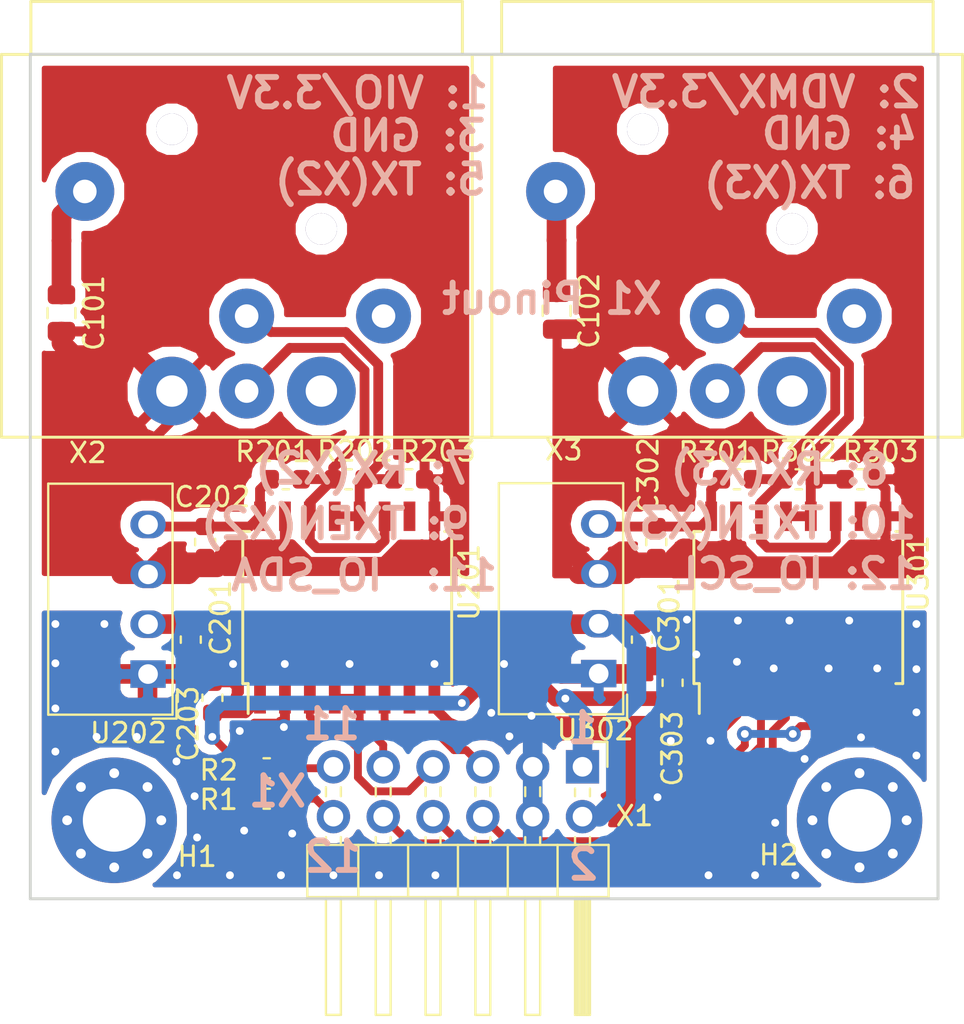
<source format=kicad_pcb>
(kicad_pcb (version 20171130) (host pcbnew 5.0.2-bee76a0~70~ubuntu18.04.1)

  (general
    (thickness 1.6)
    (drawings 26)
    (tracks 348)
    (zones 0)
    (modules 25)
    (nets 24)
  )

  (page A4)
  (layers
    (0 F.Cu signal)
    (31 B.Cu signal hide)
    (32 B.Adhes user)
    (33 F.Adhes user)
    (34 B.Paste user)
    (35 F.Paste user)
    (36 B.SilkS user)
    (37 F.SilkS user)
    (38 B.Mask user)
    (39 F.Mask user)
    (40 Dwgs.User user)
    (41 Cmts.User user)
    (42 Eco1.User user)
    (43 Eco2.User user)
    (44 Edge.Cuts user)
    (45 Margin user)
    (46 B.CrtYd user)
    (47 F.CrtYd user)
    (48 B.Fab user)
    (49 F.Fab user hide)
  )

  (setup
    (last_trace_width 0.25)
    (user_trace_width 0.4)
    (user_trace_width 0.5)
    (user_trace_width 0.75)
    (user_trace_width 1)
    (user_trace_width 1.5)
    (user_trace_width 2)
    (trace_clearance 0.2)
    (zone_clearance 0.508)
    (zone_45_only no)
    (trace_min 0.2)
    (segment_width 0.2)
    (edge_width 0.15)
    (via_size 0.8)
    (via_drill 0.4)
    (via_min_size 0.4)
    (via_min_drill 0.3)
    (uvia_size 0.3)
    (uvia_drill 0.1)
    (uvias_allowed no)
    (uvia_min_size 0.2)
    (uvia_min_drill 0.1)
    (pcb_text_width 0.3)
    (pcb_text_size 1.5 1.5)
    (mod_edge_width 0.15)
    (mod_text_size 1 1)
    (mod_text_width 0.15)
    (pad_size 1.524 1.524)
    (pad_drill 0.762)
    (pad_to_mask_clearance 0.051)
    (solder_mask_min_width 0.25)
    (aux_axis_origin 0 0)
    (visible_elements FFFFFFFF)
    (pcbplotparams
      (layerselection 0x010fc_ffffffff)
      (usegerberextensions false)
      (usegerberattributes false)
      (usegerberadvancedattributes false)
      (creategerberjobfile false)
      (excludeedgelayer true)
      (linewidth 0.100000)
      (plotframeref false)
      (viasonmask false)
      (mode 1)
      (useauxorigin false)
      (hpglpennumber 1)
      (hpglpenspeed 20)
      (hpglpendiameter 15.000000)
      (psnegative false)
      (psa4output false)
      (plotreference true)
      (plotvalue true)
      (plotinvisibletext false)
      (padsonsilk false)
      (subtractmaskfromsilk false)
      (outputformat 1)
      (mirror false)
      (drillshape 1)
      (scaleselection 1)
      (outputdirectory ""))
  )

  (net 0 "")
  (net 1 GND)
  (net 2 /VIO)
  (net 3 /VDMX)
  (net 4 /DMX1GND)
  (net 5 /DMX512_1/DMXVCC)
  (net 6 /DMX512_2/DMXVCC)
  (net 7 /DMX2GND)
  (net 8 /DMX1P)
  (net 9 /DMX1N)
  (net 10 /DMX2N)
  (net 11 /DMX2P)
  (net 12 "Net-(C101-Pad1)")
  (net 13 "Net-(C102-Pad1)")
  (net 14 /IO_SDA)
  (net 15 /IO_SCL)
  (net 16 /PMOD2_TX)
  (net 17 /PMOD1_TX)
  (net 18 /PMOD1_RX)
  (net 19 /PMOD1_TXEN)
  (net 20 /PMOD2_RX)
  (net 21 /PMOD2_TXEN)
  (net 22 "Net-(H1-Pad1)")
  (net 23 "Net-(H2-Pad1)")

  (net_class Default "This is the default net class."
    (clearance 0.2)
    (trace_width 0.25)
    (via_dia 0.8)
    (via_drill 0.4)
    (uvia_dia 0.3)
    (uvia_drill 0.1)
    (add_net /DMX1GND)
    (add_net /DMX1N)
    (add_net /DMX1P)
    (add_net /DMX2GND)
    (add_net /DMX2N)
    (add_net /DMX2P)
    (add_net /DMX512_1/DMXVCC)
    (add_net /DMX512_2/DMXVCC)
    (add_net /IO_SCL)
    (add_net /IO_SDA)
    (add_net /PMOD1_RX)
    (add_net /PMOD1_TX)
    (add_net /PMOD1_TXEN)
    (add_net /PMOD2_RX)
    (add_net /PMOD2_TX)
    (add_net /PMOD2_TXEN)
    (add_net /VDMX)
    (add_net /VIO)
    (add_net GND)
    (add_net "Net-(C101-Pad1)")
    (add_net "Net-(C102-Pad1)")
    (add_net "Net-(H1-Pad1)")
    (add_net "Net-(H2-Pad1)")
  )

  (module Connectors_Amphenol_XLR:AC5FAH (layer F.Cu) (tedit 5D91AE83) (tstamp 5D9BFA60)
    (at 117.25172 48.98136)
    (path /5D8493D2)
    (fp_text reference X2 (at -8.10172 20.29364) (layer F.SilkS)
      (effects (font (size 1 1) (thickness 0.15)))
    )
    (fp_text value XLR5_Ground (at 0 -1.27) (layer F.Fab)
      (effects (font (size 1 1) (thickness 0.15)))
    )
    (fp_line (start 11 -2.7) (end 11 0) (layer F.SilkS) (width 0.15))
    (fp_line (start -11 -2.7) (end 11 -2.7) (layer F.SilkS) (width 0.15))
    (fp_line (start -11 0) (end -11 -2.7) (layer F.SilkS) (width 0.15))
    (fp_line (start -12.5 0) (end -12.5 19.5) (layer F.SilkS) (width 0.15))
    (fp_line (start 12.5 0) (end 12.5 19.5) (layer F.SilkS) (width 0.15))
    (fp_line (start -12.5 0) (end 12.5 0) (layer F.SilkS) (width 0.15))
    (fp_line (start -12.5 19.5) (end 12.5 19.5) (layer F.SilkS) (width 0.15))
    (pad "" thru_hole circle (at 3.81 8.89) (size 1.6 1.6) (drill 1.6) (layers *.Cu *.Mask))
    (pad "" thru_hole circle (at -3.81 3.81) (size 1.6 1.6) (drill 1.6) (layers *.Cu *.Mask))
    (pad G thru_hole circle (at -8.25 6.98) (size 3 3) (drill 1.2) (layers *.Cu *.Mask)
      (net 12 "Net-(C101-Pad1)"))
    (pad 5 thru_hole circle (at 3.81 17.15) (size 3.5 3.5) (drill 1.6) (layers *.Cu *.Mask))
    (pad 4 thru_hole circle (at 6.98 13.33) (size 2.8 2.8) (drill 1.2) (layers *.Cu *.Mask))
    (pad 3 thru_hole circle (at 0 17.15) (size 2.8 2.8) (drill 1.2) (layers *.Cu *.Mask)
      (net 8 /DMX1P))
    (pad 2 thru_hole circle (at 0 13.33) (size 2.8 2.8) (drill 1.2) (layers *.Cu *.Mask)
      (net 9 /DMX1N))
    (pad 1 thru_hole circle (at -3.81 17.15) (size 3.5 3.5) (drill 1.6) (layers *.Cu *.Mask)
      (net 4 /DMX1GND))
    (model ${KIPRJMOD}/Connectors_Amphenol_XLR.pretty/NC5FAH.stp
      (offset (xyz 0 0 12.5))
      (scale (xyz 1 1 1))
      (rotate (xyz -90 0 0))
    )
  )

  (module Connectors_Amphenol_XLR:AC5FAH (layer F.Cu) (tedit 5D91AE83) (tstamp 5D9A2057)
    (at 141.25172 48.98136)
    (path /5D87070D)
    (fp_text reference X3 (at -7.83314 20.16252) (layer F.SilkS)
      (effects (font (size 1 1) (thickness 0.15)))
    )
    (fp_text value XLR5_Ground (at 0 -1.27) (layer F.Fab)
      (effects (font (size 1 1) (thickness 0.15)))
    )
    (fp_line (start 11 -2.7) (end 11 0) (layer F.SilkS) (width 0.15))
    (fp_line (start -11 -2.7) (end 11 -2.7) (layer F.SilkS) (width 0.15))
    (fp_line (start -11 0) (end -11 -2.7) (layer F.SilkS) (width 0.15))
    (fp_line (start -12.5 0) (end -12.5 19.5) (layer F.SilkS) (width 0.15))
    (fp_line (start 12.5 0) (end 12.5 19.5) (layer F.SilkS) (width 0.15))
    (fp_line (start -12.5 0) (end 12.5 0) (layer F.SilkS) (width 0.15))
    (fp_line (start -12.5 19.5) (end 12.5 19.5) (layer F.SilkS) (width 0.15))
    (pad "" thru_hole circle (at 3.81 8.89) (size 1.6 1.6) (drill 1.6) (layers *.Cu *.Mask))
    (pad "" thru_hole circle (at -3.81 3.81) (size 1.6 1.6) (drill 1.6) (layers *.Cu *.Mask))
    (pad G thru_hole circle (at -8.25 6.98) (size 3 3) (drill 1.2) (layers *.Cu *.Mask)
      (net 13 "Net-(C102-Pad1)"))
    (pad 5 thru_hole circle (at 3.81 17.15) (size 3.5 3.5) (drill 1.6) (layers *.Cu *.Mask))
    (pad 4 thru_hole circle (at 6.98 13.33) (size 2.8 2.8) (drill 1.2) (layers *.Cu *.Mask))
    (pad 3 thru_hole circle (at 0 17.15) (size 2.8 2.8) (drill 1.2) (layers *.Cu *.Mask)
      (net 11 /DMX2P))
    (pad 2 thru_hole circle (at 0 13.33) (size 2.8 2.8) (drill 1.2) (layers *.Cu *.Mask)
      (net 10 /DMX2N))
    (pad 1 thru_hole circle (at -3.81 17.15) (size 3.5 3.5) (drill 1.6) (layers *.Cu *.Mask)
      (net 7 /DMX2GND))
    (model ${KIPRJMOD}/Connectors_Amphenol_XLR.pretty/NC5FAH.stp
      (offset (xyz 0 0 12.5))
      (scale (xyz 1 1 1))
      (rotate (xyz -90 0 0))
    )
  )

  (module Capacitor_SMD:C_0603_1608Metric (layer F.Cu) (tedit 5B301BBE) (tstamp 5D9BEC0B)
    (at 138.96848 80.99298 90)
    (descr "Capacitor SMD 0603 (1608 Metric), square (rectangular) end terminal, IPC_7351 nominal, (Body size source: http://www.tortai-tech.com/upload/download/2011102023233369053.pdf), generated with kicad-footprint-generator")
    (tags capacitor)
    (path /5D7E6FCC/5D8FF8BB)
    (attr smd)
    (fp_text reference C303 (at -3.35702 -0.01848 270) (layer F.SilkS)
      (effects (font (size 1 1) (thickness 0.15)))
    )
    (fp_text value 100n (at 0 1.43 90) (layer F.Fab)
      (effects (font (size 1 1) (thickness 0.15)))
    )
    (fp_line (start -0.8 0.4) (end -0.8 -0.4) (layer F.Fab) (width 0.1))
    (fp_line (start -0.8 -0.4) (end 0.8 -0.4) (layer F.Fab) (width 0.1))
    (fp_line (start 0.8 -0.4) (end 0.8 0.4) (layer F.Fab) (width 0.1))
    (fp_line (start 0.8 0.4) (end -0.8 0.4) (layer F.Fab) (width 0.1))
    (fp_line (start -0.162779 -0.51) (end 0.162779 -0.51) (layer F.SilkS) (width 0.12))
    (fp_line (start -0.162779 0.51) (end 0.162779 0.51) (layer F.SilkS) (width 0.12))
    (fp_line (start -1.48 0.73) (end -1.48 -0.73) (layer F.CrtYd) (width 0.05))
    (fp_line (start -1.48 -0.73) (end 1.48 -0.73) (layer F.CrtYd) (width 0.05))
    (fp_line (start 1.48 -0.73) (end 1.48 0.73) (layer F.CrtYd) (width 0.05))
    (fp_line (start 1.48 0.73) (end -1.48 0.73) (layer F.CrtYd) (width 0.05))
    (fp_text user %R (at 0 0 90) (layer F.Fab)
      (effects (font (size 0.4 0.4) (thickness 0.06)))
    )
    (pad 1 smd roundrect (at -0.7875 0 90) (size 0.875 0.95) (layers F.Cu F.Paste F.Mask) (roundrect_rratio 0.25)
      (net 2 /VIO))
    (pad 2 smd roundrect (at 0.7875 0 90) (size 0.875 0.95) (layers F.Cu F.Paste F.Mask) (roundrect_rratio 0.25)
      (net 1 GND))
    (model ${KISYS3DMOD}/Capacitor_SMD.3dshapes/C_0603_1608Metric.wrl
      (at (xyz 0 0 0))
      (scale (xyz 1 1 1))
      (rotate (xyz 0 0 0))
    )
  )

  (module Package_SO:SOIC-16W_7.5x10.3mm_P1.27mm (layer F.Cu) (tedit 5A02F2D3) (tstamp 5D9BC408)
    (at 122.37884 77.16012 90)
    (descr "16-Lead Plastic Small Outline (SO) - Wide, 7.50 mm Body [SOIC] (see Microchip Packaging Specification 00000049BS.pdf)")
    (tags "SOIC 1.27")
    (path /5D83D57B/5D8FBE80)
    (attr smd)
    (fp_text reference U201 (at 1.28512 6.22116 270) (layer F.SilkS)
      (effects (font (size 1 1) (thickness 0.15)))
    )
    (fp_text value ISO14x2 (at 0 6.25 90) (layer F.Fab)
      (effects (font (size 1 1) (thickness 0.15)))
    )
    (fp_line (start -3.875 -5.05) (end -5.4 -5.05) (layer F.SilkS) (width 0.15))
    (fp_line (start -3.875 5.325) (end 3.875 5.325) (layer F.SilkS) (width 0.15))
    (fp_line (start -3.875 -5.325) (end 3.875 -5.325) (layer F.SilkS) (width 0.15))
    (fp_line (start -3.875 5.325) (end -3.875 4.97) (layer F.SilkS) (width 0.15))
    (fp_line (start 3.875 5.325) (end 3.875 4.97) (layer F.SilkS) (width 0.15))
    (fp_line (start 3.875 -5.325) (end 3.875 -4.97) (layer F.SilkS) (width 0.15))
    (fp_line (start -3.875 -5.325) (end -3.875 -5.05) (layer F.SilkS) (width 0.15))
    (fp_line (start -5.65 5.5) (end 5.65 5.5) (layer F.CrtYd) (width 0.05))
    (fp_line (start -5.65 -5.5) (end 5.65 -5.5) (layer F.CrtYd) (width 0.05))
    (fp_line (start 5.65 -5.5) (end 5.65 5.5) (layer F.CrtYd) (width 0.05))
    (fp_line (start -5.65 -5.5) (end -5.65 5.5) (layer F.CrtYd) (width 0.05))
    (fp_line (start -3.75 -4.15) (end -2.75 -5.15) (layer F.Fab) (width 0.15))
    (fp_line (start -3.75 5.15) (end -3.75 -4.15) (layer F.Fab) (width 0.15))
    (fp_line (start 3.75 5.15) (end -3.75 5.15) (layer F.Fab) (width 0.15))
    (fp_line (start 3.75 -5.15) (end 3.75 5.15) (layer F.Fab) (width 0.15))
    (fp_line (start -2.75 -5.15) (end 3.75 -5.15) (layer F.Fab) (width 0.15))
    (fp_text user %R (at 0 0 90) (layer F.Fab)
      (effects (font (size 1 1) (thickness 0.15)))
    )
    (pad 16 smd rect (at 4.65 -4.445 90) (size 1.5 0.6) (layers F.Cu F.Paste F.Mask)
      (net 5 /DMX512_1/DMXVCC))
    (pad 15 smd rect (at 4.65 -3.175 90) (size 1.5 0.6) (layers F.Cu F.Paste F.Mask)
      (net 4 /DMX1GND))
    (pad 14 smd rect (at 4.65 -1.905 90) (size 1.5 0.6) (layers F.Cu F.Paste F.Mask)
      (net 8 /DMX1P))
    (pad 13 smd rect (at 4.65 -0.635 90) (size 1.5 0.6) (layers F.Cu F.Paste F.Mask)
      (net 9 /DMX1N))
    (pad 12 smd rect (at 4.65 0.635 90) (size 1.5 0.6) (layers F.Cu F.Paste F.Mask)
      (net 9 /DMX1N))
    (pad 11 smd rect (at 4.65 1.905 90) (size 1.5 0.6) (layers F.Cu F.Paste F.Mask)
      (net 8 /DMX1P))
    (pad 10 smd rect (at 4.65 3.175 90) (size 1.5 0.6) (layers F.Cu F.Paste F.Mask))
    (pad 9 smd rect (at 4.65 4.445 90) (size 1.5 0.6) (layers F.Cu F.Paste F.Mask)
      (net 4 /DMX1GND))
    (pad 8 smd rect (at -4.65 4.445 90) (size 1.5 0.6) (layers F.Cu F.Paste F.Mask)
      (net 1 GND))
    (pad 7 smd rect (at -4.65 3.175 90) (size 1.5 0.6) (layers F.Cu F.Paste F.Mask))
    (pad 6 smd rect (at -4.65 1.905 90) (size 1.5 0.6) (layers F.Cu F.Paste F.Mask)
      (net 17 /PMOD1_TX))
    (pad 5 smd rect (at -4.65 0.635 90) (size 1.5 0.6) (layers F.Cu F.Paste F.Mask)
      (net 19 /PMOD1_TXEN))
    (pad 4 smd rect (at -4.65 -0.635 90) (size 1.5 0.6) (layers F.Cu F.Paste F.Mask)
      (net 19 /PMOD1_TXEN))
    (pad 3 smd rect (at -4.65 -1.905 90) (size 1.5 0.6) (layers F.Cu F.Paste F.Mask)
      (net 18 /PMOD1_RX))
    (pad 2 smd rect (at -4.65 -3.175 90) (size 1.5 0.6) (layers F.Cu F.Paste F.Mask)
      (net 1 GND))
    (pad 1 smd rect (at -4.65 -4.445 90) (size 1.5 0.6) (layers F.Cu F.Paste F.Mask)
      (net 2 /VIO))
    (model ${KISYS3DMOD}/Package_SO.3dshapes/SOIC-16W_7.5x10.3mm_P1.27mm.wrl
      (at (xyz 0 0 0))
      (scale (xyz 1 1 1))
      (rotate (xyz 0 0 0))
    )
  )

  (module Package_SO:SOIC-16W_7.5x10.3mm_P1.27mm (layer F.Cu) (tedit 5A02F2D3) (tstamp 5D9BC42C)
    (at 145.37884 77.16012 90)
    (descr "16-Lead Plastic Small Outline (SO) - Wide, 7.50 mm Body [SOIC] (see Microchip Packaging Specification 00000049BS.pdf)")
    (tags "SOIC 1.27")
    (path /5D7E6FCC/5D8FBE80)
    (attr smd)
    (fp_text reference U301 (at 1.73512 6.12116 90) (layer F.SilkS)
      (effects (font (size 1 1) (thickness 0.15)))
    )
    (fp_text value ISO14x2 (at 0 6.25 90) (layer F.Fab)
      (effects (font (size 1 1) (thickness 0.15)))
    )
    (fp_text user %R (at 0 0 90) (layer F.Fab)
      (effects (font (size 1 1) (thickness 0.15)))
    )
    (fp_line (start -2.75 -5.15) (end 3.75 -5.15) (layer F.Fab) (width 0.15))
    (fp_line (start 3.75 -5.15) (end 3.75 5.15) (layer F.Fab) (width 0.15))
    (fp_line (start 3.75 5.15) (end -3.75 5.15) (layer F.Fab) (width 0.15))
    (fp_line (start -3.75 5.15) (end -3.75 -4.15) (layer F.Fab) (width 0.15))
    (fp_line (start -3.75 -4.15) (end -2.75 -5.15) (layer F.Fab) (width 0.15))
    (fp_line (start -5.65 -5.5) (end -5.65 5.5) (layer F.CrtYd) (width 0.05))
    (fp_line (start 5.65 -5.5) (end 5.65 5.5) (layer F.CrtYd) (width 0.05))
    (fp_line (start -5.65 -5.5) (end 5.65 -5.5) (layer F.CrtYd) (width 0.05))
    (fp_line (start -5.65 5.5) (end 5.65 5.5) (layer F.CrtYd) (width 0.05))
    (fp_line (start -3.875 -5.325) (end -3.875 -5.05) (layer F.SilkS) (width 0.15))
    (fp_line (start 3.875 -5.325) (end 3.875 -4.97) (layer F.SilkS) (width 0.15))
    (fp_line (start 3.875 5.325) (end 3.875 4.97) (layer F.SilkS) (width 0.15))
    (fp_line (start -3.875 5.325) (end -3.875 4.97) (layer F.SilkS) (width 0.15))
    (fp_line (start -3.875 -5.325) (end 3.875 -5.325) (layer F.SilkS) (width 0.15))
    (fp_line (start -3.875 5.325) (end 3.875 5.325) (layer F.SilkS) (width 0.15))
    (fp_line (start -3.875 -5.05) (end -5.4 -5.05) (layer F.SilkS) (width 0.15))
    (pad 1 smd rect (at -4.65 -4.445 90) (size 1.5 0.6) (layers F.Cu F.Paste F.Mask)
      (net 2 /VIO))
    (pad 2 smd rect (at -4.65 -3.175 90) (size 1.5 0.6) (layers F.Cu F.Paste F.Mask)
      (net 1 GND))
    (pad 3 smd rect (at -4.65 -1.905 90) (size 1.5 0.6) (layers F.Cu F.Paste F.Mask)
      (net 20 /PMOD2_RX))
    (pad 4 smd rect (at -4.65 -0.635 90) (size 1.5 0.6) (layers F.Cu F.Paste F.Mask)
      (net 21 /PMOD2_TXEN))
    (pad 5 smd rect (at -4.65 0.635 90) (size 1.5 0.6) (layers F.Cu F.Paste F.Mask)
      (net 21 /PMOD2_TXEN))
    (pad 6 smd rect (at -4.65 1.905 90) (size 1.5 0.6) (layers F.Cu F.Paste F.Mask)
      (net 16 /PMOD2_TX))
    (pad 7 smd rect (at -4.65 3.175 90) (size 1.5 0.6) (layers F.Cu F.Paste F.Mask))
    (pad 8 smd rect (at -4.65 4.445 90) (size 1.5 0.6) (layers F.Cu F.Paste F.Mask)
      (net 1 GND))
    (pad 9 smd rect (at 4.65 4.445 90) (size 1.5 0.6) (layers F.Cu F.Paste F.Mask)
      (net 7 /DMX2GND))
    (pad 10 smd rect (at 4.65 3.175 90) (size 1.5 0.6) (layers F.Cu F.Paste F.Mask))
    (pad 11 smd rect (at 4.65 1.905 90) (size 1.5 0.6) (layers F.Cu F.Paste F.Mask)
      (net 11 /DMX2P))
    (pad 12 smd rect (at 4.65 0.635 90) (size 1.5 0.6) (layers F.Cu F.Paste F.Mask)
      (net 10 /DMX2N))
    (pad 13 smd rect (at 4.65 -0.635 90) (size 1.5 0.6) (layers F.Cu F.Paste F.Mask)
      (net 10 /DMX2N))
    (pad 14 smd rect (at 4.65 -1.905 90) (size 1.5 0.6) (layers F.Cu F.Paste F.Mask)
      (net 11 /DMX2P))
    (pad 15 smd rect (at 4.65 -3.175 90) (size 1.5 0.6) (layers F.Cu F.Paste F.Mask)
      (net 7 /DMX2GND))
    (pad 16 smd rect (at 4.65 -4.445 90) (size 1.5 0.6) (layers F.Cu F.Paste F.Mask)
      (net 6 /DMX512_2/DMXVCC))
    (model ${KISYS3DMOD}/Package_SO.3dshapes/SOIC-16W_7.5x10.3mm_P1.27mm.wrl
      (at (xyz 0 0 0))
      (scale (xyz 1 1 1))
      (rotate (xyz 0 0 0))
    )
  )

  (module Capacitor_SMD:C_0603_1608Metric (layer F.Cu) (tedit 5B301BBE) (tstamp 5D9BE516)
    (at 114.40384 78.79588 270)
    (descr "Capacitor SMD 0603 (1608 Metric), square (rectangular) end terminal, IPC_7351 nominal, (Body size source: http://www.tortai-tech.com/upload/download/2011102023233369053.pdf), generated with kicad-footprint-generator")
    (tags capacitor)
    (path /5D83D57B/5D841319)
    (attr smd)
    (fp_text reference C201 (at -1.11252 -1.51922 270) (layer F.SilkS)
      (effects (font (size 1 1) (thickness 0.15)))
    )
    (fp_text value 100n (at 0 1.43 270) (layer F.Fab)
      (effects (font (size 1 1) (thickness 0.15)))
    )
    (fp_text user %R (at 0 0 270) (layer F.Fab)
      (effects (font (size 0.4 0.4) (thickness 0.06)))
    )
    (fp_line (start 1.48 0.73) (end -1.48 0.73) (layer F.CrtYd) (width 0.05))
    (fp_line (start 1.48 -0.73) (end 1.48 0.73) (layer F.CrtYd) (width 0.05))
    (fp_line (start -1.48 -0.73) (end 1.48 -0.73) (layer F.CrtYd) (width 0.05))
    (fp_line (start -1.48 0.73) (end -1.48 -0.73) (layer F.CrtYd) (width 0.05))
    (fp_line (start -0.162779 0.51) (end 0.162779 0.51) (layer F.SilkS) (width 0.12))
    (fp_line (start -0.162779 -0.51) (end 0.162779 -0.51) (layer F.SilkS) (width 0.12))
    (fp_line (start 0.8 0.4) (end -0.8 0.4) (layer F.Fab) (width 0.1))
    (fp_line (start 0.8 -0.4) (end 0.8 0.4) (layer F.Fab) (width 0.1))
    (fp_line (start -0.8 -0.4) (end 0.8 -0.4) (layer F.Fab) (width 0.1))
    (fp_line (start -0.8 0.4) (end -0.8 -0.4) (layer F.Fab) (width 0.1))
    (pad 2 smd roundrect (at 0.7875 0 270) (size 0.875 0.95) (layers F.Cu F.Paste F.Mask) (roundrect_rratio 0.25)
      (net 1 GND))
    (pad 1 smd roundrect (at -0.7875 0 270) (size 0.875 0.95) (layers F.Cu F.Paste F.Mask) (roundrect_rratio 0.25)
      (net 3 /VDMX))
    (model ${KISYS3DMOD}/Capacitor_SMD.3dshapes/C_0603_1608Metric.wrl
      (at (xyz 0 0 0))
      (scale (xyz 1 1 1))
      (rotate (xyz 0 0 0))
    )
  )

  (module Capacitor_SMD:C_0603_1608Metric (layer F.Cu) (tedit 5B301BBE) (tstamp 5D9BE526)
    (at 115.13476 73.82256 270)
    (descr "Capacitor SMD 0603 (1608 Metric), square (rectangular) end terminal, IPC_7351 nominal, (Body size source: http://www.tortai-tech.com/upload/download/2011102023233369053.pdf), generated with kicad-footprint-generator")
    (tags capacitor)
    (path /5D83D57B/5D841312)
    (attr smd)
    (fp_text reference C202 (at -2.29756 -0.36524) (layer F.SilkS)
      (effects (font (size 1 1) (thickness 0.15)))
    )
    (fp_text value 100n (at 0 1.43 270) (layer F.Fab)
      (effects (font (size 1 1) (thickness 0.15)))
    )
    (fp_line (start -0.8 0.4) (end -0.8 -0.4) (layer F.Fab) (width 0.1))
    (fp_line (start -0.8 -0.4) (end 0.8 -0.4) (layer F.Fab) (width 0.1))
    (fp_line (start 0.8 -0.4) (end 0.8 0.4) (layer F.Fab) (width 0.1))
    (fp_line (start 0.8 0.4) (end -0.8 0.4) (layer F.Fab) (width 0.1))
    (fp_line (start -0.162779 -0.51) (end 0.162779 -0.51) (layer F.SilkS) (width 0.12))
    (fp_line (start -0.162779 0.51) (end 0.162779 0.51) (layer F.SilkS) (width 0.12))
    (fp_line (start -1.48 0.73) (end -1.48 -0.73) (layer F.CrtYd) (width 0.05))
    (fp_line (start -1.48 -0.73) (end 1.48 -0.73) (layer F.CrtYd) (width 0.05))
    (fp_line (start 1.48 -0.73) (end 1.48 0.73) (layer F.CrtYd) (width 0.05))
    (fp_line (start 1.48 0.73) (end -1.48 0.73) (layer F.CrtYd) (width 0.05))
    (fp_text user %R (at 0 0 270) (layer F.Fab)
      (effects (font (size 0.4 0.4) (thickness 0.06)))
    )
    (pad 1 smd roundrect (at -0.7875 0 270) (size 0.875 0.95) (layers F.Cu F.Paste F.Mask) (roundrect_rratio 0.25)
      (net 5 /DMX512_1/DMXVCC))
    (pad 2 smd roundrect (at 0.7875 0 270) (size 0.875 0.95) (layers F.Cu F.Paste F.Mask) (roundrect_rratio 0.25)
      (net 4 /DMX1GND))
    (model ${KISYS3DMOD}/Capacitor_SMD.3dshapes/C_0603_1608Metric.wrl
      (at (xyz 0 0 0))
      (scale (xyz 1 1 1))
      (rotate (xyz 0 0 0))
    )
  )

  (module Capacitor_SMD:C_0603_1608Metric (layer F.Cu) (tedit 5B301BBE) (tstamp 5D9C012E)
    (at 137.40384 78.79588 270)
    (descr "Capacitor SMD 0603 (1608 Metric), square (rectangular) end terminal, IPC_7351 nominal, (Body size source: http://www.tortai-tech.com/upload/download/2011102023233369053.pdf), generated with kicad-footprint-generator")
    (tags capacitor)
    (path /5D7E6FCC/5D841319)
    (attr smd)
    (fp_text reference C301 (at -1.24588 -1.39616 90) (layer F.SilkS)
      (effects (font (size 1 1) (thickness 0.15)))
    )
    (fp_text value 100n (at 0 1.43 270) (layer F.Fab)
      (effects (font (size 1 1) (thickness 0.15)))
    )
    (fp_line (start -0.8 0.4) (end -0.8 -0.4) (layer F.Fab) (width 0.1))
    (fp_line (start -0.8 -0.4) (end 0.8 -0.4) (layer F.Fab) (width 0.1))
    (fp_line (start 0.8 -0.4) (end 0.8 0.4) (layer F.Fab) (width 0.1))
    (fp_line (start 0.8 0.4) (end -0.8 0.4) (layer F.Fab) (width 0.1))
    (fp_line (start -0.162779 -0.51) (end 0.162779 -0.51) (layer F.SilkS) (width 0.12))
    (fp_line (start -0.162779 0.51) (end 0.162779 0.51) (layer F.SilkS) (width 0.12))
    (fp_line (start -1.48 0.73) (end -1.48 -0.73) (layer F.CrtYd) (width 0.05))
    (fp_line (start -1.48 -0.73) (end 1.48 -0.73) (layer F.CrtYd) (width 0.05))
    (fp_line (start 1.48 -0.73) (end 1.48 0.73) (layer F.CrtYd) (width 0.05))
    (fp_line (start 1.48 0.73) (end -1.48 0.73) (layer F.CrtYd) (width 0.05))
    (fp_text user %R (at 0 0 270) (layer F.Fab)
      (effects (font (size 0.4 0.4) (thickness 0.06)))
    )
    (pad 1 smd roundrect (at -0.7875 0 270) (size 0.875 0.95) (layers F.Cu F.Paste F.Mask) (roundrect_rratio 0.25)
      (net 3 /VDMX))
    (pad 2 smd roundrect (at 0.7875 0 270) (size 0.875 0.95) (layers F.Cu F.Paste F.Mask) (roundrect_rratio 0.25)
      (net 1 GND))
    (model ${KISYS3DMOD}/Capacitor_SMD.3dshapes/C_0603_1608Metric.wrl
      (at (xyz 0 0 0))
      (scale (xyz 1 1 1))
      (rotate (xyz 0 0 0))
    )
  )

  (module Capacitor_SMD:C_0603_1608Metric (layer F.Cu) (tedit 5B301BBE) (tstamp 5FC89995)
    (at 138.13476 73.82256 270)
    (descr "Capacitor SMD 0603 (1608 Metric), square (rectangular) end terminal, IPC_7351 nominal, (Body size source: http://www.tortai-tech.com/upload/download/2011102023233369053.pdf), generated with kicad-footprint-generator")
    (tags capacitor)
    (path /5D7E6FCC/5D841312)
    (attr smd)
    (fp_text reference C302 (at -3.39756 0.40976 90) (layer F.SilkS)
      (effects (font (size 1 1) (thickness 0.15)))
    )
    (fp_text value 100n (at 0 1.43 270) (layer F.Fab)
      (effects (font (size 1 1) (thickness 0.15)))
    )
    (fp_text user %R (at 0 0 270) (layer F.Fab)
      (effects (font (size 0.4 0.4) (thickness 0.06)))
    )
    (fp_line (start 1.48 0.73) (end -1.48 0.73) (layer F.CrtYd) (width 0.05))
    (fp_line (start 1.48 -0.73) (end 1.48 0.73) (layer F.CrtYd) (width 0.05))
    (fp_line (start -1.48 -0.73) (end 1.48 -0.73) (layer F.CrtYd) (width 0.05))
    (fp_line (start -1.48 0.73) (end -1.48 -0.73) (layer F.CrtYd) (width 0.05))
    (fp_line (start -0.162779 0.51) (end 0.162779 0.51) (layer F.SilkS) (width 0.12))
    (fp_line (start -0.162779 -0.51) (end 0.162779 -0.51) (layer F.SilkS) (width 0.12))
    (fp_line (start 0.8 0.4) (end -0.8 0.4) (layer F.Fab) (width 0.1))
    (fp_line (start 0.8 -0.4) (end 0.8 0.4) (layer F.Fab) (width 0.1))
    (fp_line (start -0.8 -0.4) (end 0.8 -0.4) (layer F.Fab) (width 0.1))
    (fp_line (start -0.8 0.4) (end -0.8 -0.4) (layer F.Fab) (width 0.1))
    (pad 2 smd roundrect (at 0.7875 0 270) (size 0.875 0.95) (layers F.Cu F.Paste F.Mask) (roundrect_rratio 0.25)
      (net 7 /DMX2GND))
    (pad 1 smd roundrect (at -0.7875 0 270) (size 0.875 0.95) (layers F.Cu F.Paste F.Mask) (roundrect_rratio 0.25)
      (net 6 /DMX512_2/DMXVCC))
    (model ${KISYS3DMOD}/Capacitor_SMD.3dshapes/C_0603_1608Metric.wrl
      (at (xyz 0 0 0))
      (scale (xyz 1 1 1))
      (rotate (xyz 0 0 0))
    )
  )

  (module Capacitor_SMD:C_0603_1608Metric (layer F.Cu) (tedit 5B301BBE) (tstamp 5D9BEBFA)
    (at 115.5065 81.75752 90)
    (descr "Capacitor SMD 0603 (1608 Metric), square (rectangular) end terminal, IPC_7351 nominal, (Body size source: http://www.tortai-tech.com/upload/download/2011102023233369053.pdf), generated with kicad-footprint-generator")
    (tags capacitor)
    (path /5D83D57B/5D8FF8BB)
    (attr smd)
    (fp_text reference C203 (at -1.3208 -1.23444 90) (layer F.SilkS)
      (effects (font (size 1 1) (thickness 0.15)))
    )
    (fp_text value 100n (at 0 1.43 90) (layer F.Fab)
      (effects (font (size 1 1) (thickness 0.15)))
    )
    (fp_text user %R (at 0 0 90) (layer F.Fab)
      (effects (font (size 0.4 0.4) (thickness 0.06)))
    )
    (fp_line (start 1.48 0.73) (end -1.48 0.73) (layer F.CrtYd) (width 0.05))
    (fp_line (start 1.48 -0.73) (end 1.48 0.73) (layer F.CrtYd) (width 0.05))
    (fp_line (start -1.48 -0.73) (end 1.48 -0.73) (layer F.CrtYd) (width 0.05))
    (fp_line (start -1.48 0.73) (end -1.48 -0.73) (layer F.CrtYd) (width 0.05))
    (fp_line (start -0.162779 0.51) (end 0.162779 0.51) (layer F.SilkS) (width 0.12))
    (fp_line (start -0.162779 -0.51) (end 0.162779 -0.51) (layer F.SilkS) (width 0.12))
    (fp_line (start 0.8 0.4) (end -0.8 0.4) (layer F.Fab) (width 0.1))
    (fp_line (start 0.8 -0.4) (end 0.8 0.4) (layer F.Fab) (width 0.1))
    (fp_line (start -0.8 -0.4) (end 0.8 -0.4) (layer F.Fab) (width 0.1))
    (fp_line (start -0.8 0.4) (end -0.8 -0.4) (layer F.Fab) (width 0.1))
    (pad 2 smd roundrect (at 0.7875 0 90) (size 0.875 0.95) (layers F.Cu F.Paste F.Mask) (roundrect_rratio 0.25)
      (net 1 GND))
    (pad 1 smd roundrect (at -0.7875 0 90) (size 0.875 0.95) (layers F.Cu F.Paste F.Mask) (roundrect_rratio 0.25)
      (net 2 /VIO))
    (model ${KISYS3DMOD}/Capacitor_SMD.3dshapes/C_0603_1608Metric.wrl
      (at (xyz 0 0 0))
      (scale (xyz 1 1 1))
      (rotate (xyz 0 0 0))
    )
  )

  (module Capacitor_SMD:C_0805_2012Metric (layer F.Cu) (tedit 5B36C52B) (tstamp 5E621DDE)
    (at 107.8103 62.1561 270)
    (descr "Capacitor SMD 0805 (2012 Metric), square (rectangular) end terminal, IPC_7351 nominal, (Body size source: https://docs.google.com/spreadsheets/d/1BsfQQcO9C6DZCsRaXUlFlo91Tg2WpOkGARC1WS5S8t0/edit?usp=sharing), generated with kicad-footprint-generator")
    (tags capacitor)
    (path /5E577406)
    (attr smd)
    (fp_text reference C101 (at 0 -1.65 270) (layer F.SilkS)
      (effects (font (size 1 1) (thickness 0.15)))
    )
    (fp_text value C (at 0 1.65 270) (layer F.Fab)
      (effects (font (size 1 1) (thickness 0.15)))
    )
    (fp_line (start -1 0.6) (end -1 -0.6) (layer F.Fab) (width 0.1))
    (fp_line (start -1 -0.6) (end 1 -0.6) (layer F.Fab) (width 0.1))
    (fp_line (start 1 -0.6) (end 1 0.6) (layer F.Fab) (width 0.1))
    (fp_line (start 1 0.6) (end -1 0.6) (layer F.Fab) (width 0.1))
    (fp_line (start -0.258578 -0.71) (end 0.258578 -0.71) (layer F.SilkS) (width 0.12))
    (fp_line (start -0.258578 0.71) (end 0.258578 0.71) (layer F.SilkS) (width 0.12))
    (fp_line (start -1.68 0.95) (end -1.68 -0.95) (layer F.CrtYd) (width 0.05))
    (fp_line (start -1.68 -0.95) (end 1.68 -0.95) (layer F.CrtYd) (width 0.05))
    (fp_line (start 1.68 -0.95) (end 1.68 0.95) (layer F.CrtYd) (width 0.05))
    (fp_line (start 1.68 0.95) (end -1.68 0.95) (layer F.CrtYd) (width 0.05))
    (fp_text user %R (at 0 0 270) (layer F.Fab)
      (effects (font (size 0.5 0.5) (thickness 0.08)))
    )
    (pad 1 smd roundrect (at -0.9375 0 270) (size 0.975 1.4) (layers F.Cu F.Paste F.Mask) (roundrect_rratio 0.25)
      (net 12 "Net-(C101-Pad1)"))
    (pad 2 smd roundrect (at 0.9375 0 270) (size 0.975 1.4) (layers F.Cu F.Paste F.Mask) (roundrect_rratio 0.25)
      (net 4 /DMX1GND))
    (model ${KISYS3DMOD}/Capacitor_SMD.3dshapes/C_0805_2012Metric.wrl
      (at (xyz 0 0 0))
      (scale (xyz 1 1 1))
      (rotate (xyz 0 0 0))
    )
  )

  (module Capacitor_SMD:C_0805_2012Metric (layer F.Cu) (tedit 5B36C52B) (tstamp 5E621DEF)
    (at 133.0579 62.0418 270)
    (descr "Capacitor SMD 0805 (2012 Metric), square (rectangular) end terminal, IPC_7351 nominal, (Body size source: https://docs.google.com/spreadsheets/d/1BsfQQcO9C6DZCsRaXUlFlo91Tg2WpOkGARC1WS5S8t0/edit?usp=sharing), generated with kicad-footprint-generator")
    (tags capacitor)
    (path /5E5773BC)
    (attr smd)
    (fp_text reference C102 (at 0 -1.65 270) (layer F.SilkS)
      (effects (font (size 1 1) (thickness 0.15)))
    )
    (fp_text value C (at 0 1.65 270) (layer F.Fab)
      (effects (font (size 1 1) (thickness 0.15)))
    )
    (fp_text user %R (at 0 0 270) (layer F.Fab)
      (effects (font (size 0.5 0.5) (thickness 0.08)))
    )
    (fp_line (start 1.68 0.95) (end -1.68 0.95) (layer F.CrtYd) (width 0.05))
    (fp_line (start 1.68 -0.95) (end 1.68 0.95) (layer F.CrtYd) (width 0.05))
    (fp_line (start -1.68 -0.95) (end 1.68 -0.95) (layer F.CrtYd) (width 0.05))
    (fp_line (start -1.68 0.95) (end -1.68 -0.95) (layer F.CrtYd) (width 0.05))
    (fp_line (start -0.258578 0.71) (end 0.258578 0.71) (layer F.SilkS) (width 0.12))
    (fp_line (start -0.258578 -0.71) (end 0.258578 -0.71) (layer F.SilkS) (width 0.12))
    (fp_line (start 1 0.6) (end -1 0.6) (layer F.Fab) (width 0.1))
    (fp_line (start 1 -0.6) (end 1 0.6) (layer F.Fab) (width 0.1))
    (fp_line (start -1 -0.6) (end 1 -0.6) (layer F.Fab) (width 0.1))
    (fp_line (start -1 0.6) (end -1 -0.6) (layer F.Fab) (width 0.1))
    (pad 2 smd roundrect (at 0.9375 0 270) (size 0.975 1.4) (layers F.Cu F.Paste F.Mask) (roundrect_rratio 0.25)
      (net 7 /DMX2GND))
    (pad 1 smd roundrect (at -0.9375 0 270) (size 0.975 1.4) (layers F.Cu F.Paste F.Mask) (roundrect_rratio 0.25)
      (net 13 "Net-(C102-Pad1)"))
    (model ${KISYS3DMOD}/Capacitor_SMD.3dshapes/C_0805_2012Metric.wrl
      (at (xyz 0 0 0))
      (scale (xyz 1 1 1))
      (rotate (xyz 0 0 0))
    )
  )

  (module Resistor_SMD:R_0603_1608Metric (layer F.Cu) (tedit 5B301BBD) (tstamp 5FC88B65)
    (at 118.275 86.9 180)
    (descr "Resistor SMD 0603 (1608 Metric), square (rectangular) end terminal, IPC_7351 nominal, (Body size source: http://www.tortai-tech.com/upload/download/2011102023233369053.pdf), generated with kicad-footprint-generator")
    (tags resistor)
    (path /5FBBAB1E)
    (attr smd)
    (fp_text reference R1 (at 2.45 -0.05 180) (layer F.SilkS)
      (effects (font (size 1 1) (thickness 0.15)))
    )
    (fp_text value 10K (at 0 1.43 180) (layer F.Fab)
      (effects (font (size 1 1) (thickness 0.15)))
    )
    (fp_text user %R (at 0 0 180) (layer F.Fab)
      (effects (font (size 0.4 0.4) (thickness 0.06)))
    )
    (fp_line (start 1.48 0.73) (end -1.48 0.73) (layer F.CrtYd) (width 0.05))
    (fp_line (start 1.48 -0.73) (end 1.48 0.73) (layer F.CrtYd) (width 0.05))
    (fp_line (start -1.48 -0.73) (end 1.48 -0.73) (layer F.CrtYd) (width 0.05))
    (fp_line (start -1.48 0.73) (end -1.48 -0.73) (layer F.CrtYd) (width 0.05))
    (fp_line (start -0.162779 0.51) (end 0.162779 0.51) (layer F.SilkS) (width 0.12))
    (fp_line (start -0.162779 -0.51) (end 0.162779 -0.51) (layer F.SilkS) (width 0.12))
    (fp_line (start 0.8 0.4) (end -0.8 0.4) (layer F.Fab) (width 0.1))
    (fp_line (start 0.8 -0.4) (end 0.8 0.4) (layer F.Fab) (width 0.1))
    (fp_line (start -0.8 -0.4) (end 0.8 -0.4) (layer F.Fab) (width 0.1))
    (fp_line (start -0.8 0.4) (end -0.8 -0.4) (layer F.Fab) (width 0.1))
    (pad 2 smd roundrect (at 0.7875 0 180) (size 0.875 0.95) (layers F.Cu F.Paste F.Mask) (roundrect_rratio 0.25)
      (net 2 /VIO))
    (pad 1 smd roundrect (at -0.7875 0 180) (size 0.875 0.95) (layers F.Cu F.Paste F.Mask) (roundrect_rratio 0.25)
      (net 15 /IO_SCL))
    (model ${KISYS3DMOD}/Resistor_SMD.3dshapes/R_0603_1608Metric.wrl
      (at (xyz 0 0 0))
      (scale (xyz 1 1 1))
      (rotate (xyz 0 0 0))
    )
  )

  (module Resistor_SMD:R_0603_1608Metric (layer F.Cu) (tedit 5B301BBD) (tstamp 5FBB99CB)
    (at 118.275 85.35 180)
    (descr "Resistor SMD 0603 (1608 Metric), square (rectangular) end terminal, IPC_7351 nominal, (Body size source: http://www.tortai-tech.com/upload/download/2011102023233369053.pdf), generated with kicad-footprint-generator")
    (tags resistor)
    (path /5FBBABAC)
    (attr smd)
    (fp_text reference R2 (at 2.45 -0.1 180) (layer F.SilkS)
      (effects (font (size 1 1) (thickness 0.15)))
    )
    (fp_text value 10K (at 0 1.43 180) (layer F.Fab)
      (effects (font (size 1 1) (thickness 0.15)))
    )
    (fp_line (start -0.8 0.4) (end -0.8 -0.4) (layer F.Fab) (width 0.1))
    (fp_line (start -0.8 -0.4) (end 0.8 -0.4) (layer F.Fab) (width 0.1))
    (fp_line (start 0.8 -0.4) (end 0.8 0.4) (layer F.Fab) (width 0.1))
    (fp_line (start 0.8 0.4) (end -0.8 0.4) (layer F.Fab) (width 0.1))
    (fp_line (start -0.162779 -0.51) (end 0.162779 -0.51) (layer F.SilkS) (width 0.12))
    (fp_line (start -0.162779 0.51) (end 0.162779 0.51) (layer F.SilkS) (width 0.12))
    (fp_line (start -1.48 0.73) (end -1.48 -0.73) (layer F.CrtYd) (width 0.05))
    (fp_line (start -1.48 -0.73) (end 1.48 -0.73) (layer F.CrtYd) (width 0.05))
    (fp_line (start 1.48 -0.73) (end 1.48 0.73) (layer F.CrtYd) (width 0.05))
    (fp_line (start 1.48 0.73) (end -1.48 0.73) (layer F.CrtYd) (width 0.05))
    (fp_text user %R (at 0 0 180) (layer F.Fab)
      (effects (font (size 0.4 0.4) (thickness 0.06)))
    )
    (pad 1 smd roundrect (at -0.7875 0 180) (size 0.875 0.95) (layers F.Cu F.Paste F.Mask) (roundrect_rratio 0.25)
      (net 14 /IO_SDA))
    (pad 2 smd roundrect (at 0.7875 0 180) (size 0.875 0.95) (layers F.Cu F.Paste F.Mask) (roundrect_rratio 0.25)
      (net 2 /VIO))
    (model ${KISYS3DMOD}/Resistor_SMD.3dshapes/R_0603_1608Metric.wrl
      (at (xyz 0 0 0))
      (scale (xyz 1 1 1))
      (rotate (xyz 0 0 0))
    )
  )

  (module Resistor_SMD:R_0603_1608Metric (layer F.Cu) (tedit 5B301BBD) (tstamp 5FC88B96)
    (at 119.25 70.625 180)
    (descr "Resistor SMD 0603 (1608 Metric), square (rectangular) end terminal, IPC_7351 nominal, (Body size source: http://www.tortai-tech.com/upload/download/2011102023233369053.pdf), generated with kicad-footprint-generator")
    (tags resistor)
    (path /5D83D57B/5D8412EF)
    (attr smd)
    (fp_text reference R201 (at 0.65 1.4 180) (layer F.SilkS)
      (effects (font (size 1 1) (thickness 0.15)))
    )
    (fp_text value 560R (at 0 1.43 180) (layer F.Fab)
      (effects (font (size 1 1) (thickness 0.15)))
    )
    (fp_line (start -0.8 0.4) (end -0.8 -0.4) (layer F.Fab) (width 0.1))
    (fp_line (start -0.8 -0.4) (end 0.8 -0.4) (layer F.Fab) (width 0.1))
    (fp_line (start 0.8 -0.4) (end 0.8 0.4) (layer F.Fab) (width 0.1))
    (fp_line (start 0.8 0.4) (end -0.8 0.4) (layer F.Fab) (width 0.1))
    (fp_line (start -0.162779 -0.51) (end 0.162779 -0.51) (layer F.SilkS) (width 0.12))
    (fp_line (start -0.162779 0.51) (end 0.162779 0.51) (layer F.SilkS) (width 0.12))
    (fp_line (start -1.48 0.73) (end -1.48 -0.73) (layer F.CrtYd) (width 0.05))
    (fp_line (start -1.48 -0.73) (end 1.48 -0.73) (layer F.CrtYd) (width 0.05))
    (fp_line (start 1.48 -0.73) (end 1.48 0.73) (layer F.CrtYd) (width 0.05))
    (fp_line (start 1.48 0.73) (end -1.48 0.73) (layer F.CrtYd) (width 0.05))
    (fp_text user %R (at 0 0 180) (layer F.Fab)
      (effects (font (size 0.4 0.4) (thickness 0.06)))
    )
    (pad 1 smd roundrect (at -0.7875 0 180) (size 0.875 0.95) (layers F.Cu F.Paste F.Mask) (roundrect_rratio 0.25)
      (net 8 /DMX1P))
    (pad 2 smd roundrect (at 0.7875 0 180) (size 0.875 0.95) (layers F.Cu F.Paste F.Mask) (roundrect_rratio 0.25)
      (net 5 /DMX512_1/DMXVCC))
    (model ${KISYS3DMOD}/Resistor_SMD.3dshapes/R_0603_1608Metric.wrl
      (at (xyz 0 0 0))
      (scale (xyz 1 1 1))
      (rotate (xyz 0 0 0))
    )
  )

  (module Resistor_SMD:R_0603_1608Metric (layer F.Cu) (tedit 5B301BBD) (tstamp 5FC88BA7)
    (at 122.45 70.625 180)
    (descr "Resistor SMD 0603 (1608 Metric), square (rectangular) end terminal, IPC_7351 nominal, (Body size source: http://www.tortai-tech.com/upload/download/2011102023233369053.pdf), generated with kicad-footprint-generator")
    (tags resistor)
    (path /5D83D57B/5D8412E1)
    (attr smd)
    (fp_text reference R202 (at -0.325 1.425 180) (layer F.SilkS)
      (effects (font (size 1 1) (thickness 0.15)))
    )
    (fp_text value 130R (at 0 1.43 180) (layer F.Fab)
      (effects (font (size 1 1) (thickness 0.15)))
    )
    (fp_text user %R (at 0 0 180) (layer F.Fab)
      (effects (font (size 0.4 0.4) (thickness 0.06)))
    )
    (fp_line (start 1.48 0.73) (end -1.48 0.73) (layer F.CrtYd) (width 0.05))
    (fp_line (start 1.48 -0.73) (end 1.48 0.73) (layer F.CrtYd) (width 0.05))
    (fp_line (start -1.48 -0.73) (end 1.48 -0.73) (layer F.CrtYd) (width 0.05))
    (fp_line (start -1.48 0.73) (end -1.48 -0.73) (layer F.CrtYd) (width 0.05))
    (fp_line (start -0.162779 0.51) (end 0.162779 0.51) (layer F.SilkS) (width 0.12))
    (fp_line (start -0.162779 -0.51) (end 0.162779 -0.51) (layer F.SilkS) (width 0.12))
    (fp_line (start 0.8 0.4) (end -0.8 0.4) (layer F.Fab) (width 0.1))
    (fp_line (start 0.8 -0.4) (end 0.8 0.4) (layer F.Fab) (width 0.1))
    (fp_line (start -0.8 -0.4) (end 0.8 -0.4) (layer F.Fab) (width 0.1))
    (fp_line (start -0.8 0.4) (end -0.8 -0.4) (layer F.Fab) (width 0.1))
    (pad 2 smd roundrect (at 0.7875 0 180) (size 0.875 0.95) (layers F.Cu F.Paste F.Mask) (roundrect_rratio 0.25)
      (net 8 /DMX1P))
    (pad 1 smd roundrect (at -0.7875 0 180) (size 0.875 0.95) (layers F.Cu F.Paste F.Mask) (roundrect_rratio 0.25)
      (net 9 /DMX1N))
    (model ${KISYS3DMOD}/Resistor_SMD.3dshapes/R_0603_1608Metric.wrl
      (at (xyz 0 0 0))
      (scale (xyz 1 1 1))
      (rotate (xyz 0 0 0))
    )
  )

  (module Resistor_SMD:R_0603_1608Metric (layer F.Cu) (tedit 5B301BBD) (tstamp 5FC88BB8)
    (at 125.5375 70.625 180)
    (descr "Resistor SMD 0603 (1608 Metric), square (rectangular) end terminal, IPC_7351 nominal, (Body size source: http://www.tortai-tech.com/upload/download/2011102023233369053.pdf), generated with kicad-footprint-generator")
    (tags resistor)
    (path /5D83D57B/5D8412E8)
    (attr smd)
    (fp_text reference R203 (at -1.4625 1.425 180) (layer F.SilkS)
      (effects (font (size 1 1) (thickness 0.15)))
    )
    (fp_text value 560R (at 0 1.43 180) (layer F.Fab)
      (effects (font (size 1 1) (thickness 0.15)))
    )
    (fp_line (start -0.8 0.4) (end -0.8 -0.4) (layer F.Fab) (width 0.1))
    (fp_line (start -0.8 -0.4) (end 0.8 -0.4) (layer F.Fab) (width 0.1))
    (fp_line (start 0.8 -0.4) (end 0.8 0.4) (layer F.Fab) (width 0.1))
    (fp_line (start 0.8 0.4) (end -0.8 0.4) (layer F.Fab) (width 0.1))
    (fp_line (start -0.162779 -0.51) (end 0.162779 -0.51) (layer F.SilkS) (width 0.12))
    (fp_line (start -0.162779 0.51) (end 0.162779 0.51) (layer F.SilkS) (width 0.12))
    (fp_line (start -1.48 0.73) (end -1.48 -0.73) (layer F.CrtYd) (width 0.05))
    (fp_line (start -1.48 -0.73) (end 1.48 -0.73) (layer F.CrtYd) (width 0.05))
    (fp_line (start 1.48 -0.73) (end 1.48 0.73) (layer F.CrtYd) (width 0.05))
    (fp_line (start 1.48 0.73) (end -1.48 0.73) (layer F.CrtYd) (width 0.05))
    (fp_text user %R (at 0 0 180) (layer F.Fab)
      (effects (font (size 0.4 0.4) (thickness 0.06)))
    )
    (pad 1 smd roundrect (at -0.7875 0 180) (size 0.875 0.95) (layers F.Cu F.Paste F.Mask) (roundrect_rratio 0.25)
      (net 4 /DMX1GND))
    (pad 2 smd roundrect (at 0.7875 0 180) (size 0.875 0.95) (layers F.Cu F.Paste F.Mask) (roundrect_rratio 0.25)
      (net 9 /DMX1N))
    (model ${KISYS3DMOD}/Resistor_SMD.3dshapes/R_0603_1608Metric.wrl
      (at (xyz 0 0 0))
      (scale (xyz 1 1 1))
      (rotate (xyz 0 0 0))
    )
  )

  (module Resistor_SMD:R_0603_1608Metric (layer F.Cu) (tedit 5B301BBD) (tstamp 5FC88BC9)
    (at 142.25 70.625 180)
    (descr "Resistor SMD 0603 (1608 Metric), square (rectangular) end terminal, IPC_7351 nominal, (Body size source: http://www.tortai-tech.com/upload/download/2011102023233369053.pdf), generated with kicad-footprint-generator")
    (tags resistor)
    (path /5D7E6FCC/5D8412EF)
    (attr smd)
    (fp_text reference R301 (at 1.05 1.375 180) (layer F.SilkS)
      (effects (font (size 1 1) (thickness 0.15)))
    )
    (fp_text value 560R (at 0 1.43 180) (layer F.Fab)
      (effects (font (size 1 1) (thickness 0.15)))
    )
    (fp_text user %R (at 0 0 180) (layer F.Fab)
      (effects (font (size 0.4 0.4) (thickness 0.06)))
    )
    (fp_line (start 1.48 0.73) (end -1.48 0.73) (layer F.CrtYd) (width 0.05))
    (fp_line (start 1.48 -0.73) (end 1.48 0.73) (layer F.CrtYd) (width 0.05))
    (fp_line (start -1.48 -0.73) (end 1.48 -0.73) (layer F.CrtYd) (width 0.05))
    (fp_line (start -1.48 0.73) (end -1.48 -0.73) (layer F.CrtYd) (width 0.05))
    (fp_line (start -0.162779 0.51) (end 0.162779 0.51) (layer F.SilkS) (width 0.12))
    (fp_line (start -0.162779 -0.51) (end 0.162779 -0.51) (layer F.SilkS) (width 0.12))
    (fp_line (start 0.8 0.4) (end -0.8 0.4) (layer F.Fab) (width 0.1))
    (fp_line (start 0.8 -0.4) (end 0.8 0.4) (layer F.Fab) (width 0.1))
    (fp_line (start -0.8 -0.4) (end 0.8 -0.4) (layer F.Fab) (width 0.1))
    (fp_line (start -0.8 0.4) (end -0.8 -0.4) (layer F.Fab) (width 0.1))
    (pad 2 smd roundrect (at 0.7875 0 180) (size 0.875 0.95) (layers F.Cu F.Paste F.Mask) (roundrect_rratio 0.25)
      (net 6 /DMX512_2/DMXVCC))
    (pad 1 smd roundrect (at -0.7875 0 180) (size 0.875 0.95) (layers F.Cu F.Paste F.Mask) (roundrect_rratio 0.25)
      (net 11 /DMX2P))
    (model ${KISYS3DMOD}/Resistor_SMD.3dshapes/R_0603_1608Metric.wrl
      (at (xyz 0 0 0))
      (scale (xyz 1 1 1))
      (rotate (xyz 0 0 0))
    )
  )

  (module Resistor_SMD:R_0603_1608Metric (layer F.Cu) (tedit 5B301BBD) (tstamp 5FC88BDA)
    (at 145.4 70.625 180)
    (descr "Resistor SMD 0603 (1608 Metric), square (rectangular) end terminal, IPC_7351 nominal, (Body size source: http://www.tortai-tech.com/upload/download/2011102023233369053.pdf), generated with kicad-footprint-generator")
    (tags resistor)
    (path /5D7E6FCC/5D8412E1)
    (attr smd)
    (fp_text reference R302 (at 0 1.425 180) (layer F.SilkS)
      (effects (font (size 1 1) (thickness 0.15)))
    )
    (fp_text value 130R (at 0 1.43 180) (layer F.Fab)
      (effects (font (size 1 1) (thickness 0.15)))
    )
    (fp_text user %R (at 0 0 180) (layer F.Fab)
      (effects (font (size 0.4 0.4) (thickness 0.06)))
    )
    (fp_line (start 1.48 0.73) (end -1.48 0.73) (layer F.CrtYd) (width 0.05))
    (fp_line (start 1.48 -0.73) (end 1.48 0.73) (layer F.CrtYd) (width 0.05))
    (fp_line (start -1.48 -0.73) (end 1.48 -0.73) (layer F.CrtYd) (width 0.05))
    (fp_line (start -1.48 0.73) (end -1.48 -0.73) (layer F.CrtYd) (width 0.05))
    (fp_line (start -0.162779 0.51) (end 0.162779 0.51) (layer F.SilkS) (width 0.12))
    (fp_line (start -0.162779 -0.51) (end 0.162779 -0.51) (layer F.SilkS) (width 0.12))
    (fp_line (start 0.8 0.4) (end -0.8 0.4) (layer F.Fab) (width 0.1))
    (fp_line (start 0.8 -0.4) (end 0.8 0.4) (layer F.Fab) (width 0.1))
    (fp_line (start -0.8 -0.4) (end 0.8 -0.4) (layer F.Fab) (width 0.1))
    (fp_line (start -0.8 0.4) (end -0.8 -0.4) (layer F.Fab) (width 0.1))
    (pad 2 smd roundrect (at 0.7875 0 180) (size 0.875 0.95) (layers F.Cu F.Paste F.Mask) (roundrect_rratio 0.25)
      (net 11 /DMX2P))
    (pad 1 smd roundrect (at -0.7875 0 180) (size 0.875 0.95) (layers F.Cu F.Paste F.Mask) (roundrect_rratio 0.25)
      (net 10 /DMX2N))
    (model ${KISYS3DMOD}/Resistor_SMD.3dshapes/R_0603_1608Metric.wrl
      (at (xyz 0 0 0))
      (scale (xyz 1 1 1))
      (rotate (xyz 0 0 0))
    )
  )

  (module Resistor_SMD:R_0603_1608Metric (layer F.Cu) (tedit 5B301BBD) (tstamp 5FC88BEB)
    (at 148.55 70.625 180)
    (descr "Resistor SMD 0603 (1608 Metric), square (rectangular) end terminal, IPC_7351 nominal, (Body size source: http://www.tortai-tech.com/upload/download/2011102023233369053.pdf), generated with kicad-footprint-generator")
    (tags resistor)
    (path /5D7E6FCC/5D8412E8)
    (attr smd)
    (fp_text reference R303 (at -1.025 1.4 180) (layer F.SilkS)
      (effects (font (size 1 1) (thickness 0.15)))
    )
    (fp_text value 560R (at 0 1.43 180) (layer F.Fab)
      (effects (font (size 1 1) (thickness 0.15)))
    )
    (fp_line (start -0.8 0.4) (end -0.8 -0.4) (layer F.Fab) (width 0.1))
    (fp_line (start -0.8 -0.4) (end 0.8 -0.4) (layer F.Fab) (width 0.1))
    (fp_line (start 0.8 -0.4) (end 0.8 0.4) (layer F.Fab) (width 0.1))
    (fp_line (start 0.8 0.4) (end -0.8 0.4) (layer F.Fab) (width 0.1))
    (fp_line (start -0.162779 -0.51) (end 0.162779 -0.51) (layer F.SilkS) (width 0.12))
    (fp_line (start -0.162779 0.51) (end 0.162779 0.51) (layer F.SilkS) (width 0.12))
    (fp_line (start -1.48 0.73) (end -1.48 -0.73) (layer F.CrtYd) (width 0.05))
    (fp_line (start -1.48 -0.73) (end 1.48 -0.73) (layer F.CrtYd) (width 0.05))
    (fp_line (start 1.48 -0.73) (end 1.48 0.73) (layer F.CrtYd) (width 0.05))
    (fp_line (start 1.48 0.73) (end -1.48 0.73) (layer F.CrtYd) (width 0.05))
    (fp_text user %R (at 0 0 180) (layer F.Fab)
      (effects (font (size 0.4 0.4) (thickness 0.06)))
    )
    (pad 1 smd roundrect (at -0.7875 0 180) (size 0.875 0.95) (layers F.Cu F.Paste F.Mask) (roundrect_rratio 0.25)
      (net 7 /DMX2GND))
    (pad 2 smd roundrect (at 0.7875 0 180) (size 0.875 0.95) (layers F.Cu F.Paste F.Mask) (roundrect_rratio 0.25)
      (net 10 /DMX2N))
    (model ${KISYS3DMOD}/Resistor_SMD.3dshapes/R_0603_1608Metric.wrl
      (at (xyz 0 0 0))
      (scale (xyz 1 1 1))
      (rotate (xyz 0 0 0))
    )
  )

  (module Converter_DCDC:Converter_DCDC_muRata_CRE1xxxxxx3C_THT (layer F.Cu) (tedit 59F5F4E9) (tstamp 5FC890BA)
    (at 112.225 80.55 180)
    (descr "Isolated 1W single output DC/DC, http://power.murata.com/data/power/ncl/kdc_cre1.pdf")
    (tags "Isolated 1W single output DC/DC")
    (path /5D83D57B/5D8412A9)
    (fp_text reference U202 (at 1 -3 180) (layer F.SilkS)
      (effects (font (size 1 1) (thickness 0.15)))
    )
    (fp_text value CRE1S0305S3C (at 2 11) (layer F.Fab)
      (effects (font (size 1 1) (thickness 0.15)))
    )
    (fp_line (start 5.09 -2.07) (end 5.09 9.7) (layer F.SilkS) (width 0.12))
    (fp_line (start 5.09 -2.07) (end -1.25 -2.07) (layer F.SilkS) (width 0.12))
    (fp_line (start -1.25 -2.07) (end -1.25 9.7) (layer F.SilkS) (width 0.12))
    (fp_line (start 5.09 9.7) (end -1.25 9.7) (layer F.SilkS) (width 0.12))
    (fp_line (start 4.97 -1.95) (end 4.97 9.58) (layer F.Fab) (width 0.1))
    (fp_line (start -0.13 -1.95) (end -1.13 -0.95) (layer F.Fab) (width 0.1))
    (fp_line (start -0.13 -1.95) (end 4.97 -1.95) (layer F.Fab) (width 0.1))
    (fp_line (start -1.13 -0.95) (end -1.13 9.58) (layer F.Fab) (width 0.1))
    (fp_line (start -1.13 9.58) (end 4.97 9.58) (layer F.Fab) (width 0.1))
    (fp_text user %R (at 3 4 270) (layer F.Fab)
      (effects (font (size 1 1) (thickness 0.15)))
    )
    (fp_line (start 5.22 -2.2) (end 5.22 9.83) (layer F.CrtYd) (width 0.05))
    (fp_line (start 5.22 -2.2) (end -1.38 -2.2) (layer F.CrtYd) (width 0.05))
    (fp_line (start -1.38 -2.2) (end -1.38 9.83) (layer F.CrtYd) (width 0.05))
    (fp_line (start 5.22 9.83) (end -1.38 9.83) (layer F.CrtYd) (width 0.05))
    (fp_line (start -0.25 -2.27) (end -1.45 -2.27) (layer F.SilkS) (width 0.12))
    (fp_line (start -1.45 -2.27) (end -1.45 -1.07) (layer F.SilkS) (width 0.12))
    (pad 4 thru_hole oval (at 0 7.62 90) (size 1.4 1.8) (drill 1) (layers *.Cu *.Mask)
      (net 5 /DMX512_1/DMXVCC))
    (pad 3 thru_hole oval (at 0 5.08 90) (size 1.4 1.8) (drill 1) (layers *.Cu *.Mask)
      (net 4 /DMX1GND))
    (pad 2 thru_hole oval (at 0 2.54 90) (size 1.4 1.8) (drill 1) (layers *.Cu *.Mask)
      (net 3 /VDMX))
    (pad 1 thru_hole rect (at 0 0 90) (size 1.4 1.8) (drill 1) (layers *.Cu *.Mask)
      (net 1 GND))
    (model ${KISYS3DMOD}/Converter_DCDC.3dshapes/Converter_DCDC_muRata_CRE1xxxxxx3C_THT.wrl
      (at (xyz 0 0 0))
      (scale (xyz 1 1 1))
      (rotate (xyz 0 0 0))
    )
  )

  (module Converter_DCDC:Converter_DCDC_muRata_CRE1xxxxxx3C_THT (layer F.Cu) (tedit 59F5F4E9) (tstamp 5FC88C1B)
    (at 135.2 80.525 180)
    (descr "Isolated 1W single output DC/DC, http://power.murata.com/data/power/ncl/kdc_cre1.pdf")
    (tags "Isolated 1W single output DC/DC")
    (path /5D7E6FCC/5D8412A9)
    (fp_text reference U302 (at 0.175 -2.875 180) (layer F.SilkS)
      (effects (font (size 1 1) (thickness 0.15)))
    )
    (fp_text value CRE1S0305S3C (at 2 11) (layer F.Fab)
      (effects (font (size 1 1) (thickness 0.15)))
    )
    (fp_line (start -1.45 -2.27) (end -1.45 -1.07) (layer F.SilkS) (width 0.12))
    (fp_line (start -0.25 -2.27) (end -1.45 -2.27) (layer F.SilkS) (width 0.12))
    (fp_line (start 5.22 9.83) (end -1.38 9.83) (layer F.CrtYd) (width 0.05))
    (fp_line (start -1.38 -2.2) (end -1.38 9.83) (layer F.CrtYd) (width 0.05))
    (fp_line (start 5.22 -2.2) (end -1.38 -2.2) (layer F.CrtYd) (width 0.05))
    (fp_line (start 5.22 -2.2) (end 5.22 9.83) (layer F.CrtYd) (width 0.05))
    (fp_text user %R (at 3 4 270) (layer F.Fab)
      (effects (font (size 1 1) (thickness 0.15)))
    )
    (fp_line (start -1.13 9.58) (end 4.97 9.58) (layer F.Fab) (width 0.1))
    (fp_line (start -1.13 -0.95) (end -1.13 9.58) (layer F.Fab) (width 0.1))
    (fp_line (start -0.13 -1.95) (end 4.97 -1.95) (layer F.Fab) (width 0.1))
    (fp_line (start -0.13 -1.95) (end -1.13 -0.95) (layer F.Fab) (width 0.1))
    (fp_line (start 4.97 -1.95) (end 4.97 9.58) (layer F.Fab) (width 0.1))
    (fp_line (start 5.09 9.7) (end -1.25 9.7) (layer F.SilkS) (width 0.12))
    (fp_line (start -1.25 -2.07) (end -1.25 9.7) (layer F.SilkS) (width 0.12))
    (fp_line (start 5.09 -2.07) (end -1.25 -2.07) (layer F.SilkS) (width 0.12))
    (fp_line (start 5.09 -2.07) (end 5.09 9.7) (layer F.SilkS) (width 0.12))
    (pad 1 thru_hole rect (at 0 0 90) (size 1.4 1.8) (drill 1) (layers *.Cu *.Mask)
      (net 1 GND))
    (pad 2 thru_hole oval (at 0 2.54 90) (size 1.4 1.8) (drill 1) (layers *.Cu *.Mask)
      (net 3 /VDMX))
    (pad 3 thru_hole oval (at 0 5.08 90) (size 1.4 1.8) (drill 1) (layers *.Cu *.Mask)
      (net 7 /DMX2GND))
    (pad 4 thru_hole oval (at 0 7.62 90) (size 1.4 1.8) (drill 1) (layers *.Cu *.Mask)
      (net 6 /DMX512_2/DMXVCC))
    (model ${KISYS3DMOD}/Converter_DCDC.3dshapes/Converter_DCDC_muRata_CRE1xxxxxx3C_THT.wrl
      (at (xyz 0 0 0))
      (scale (xyz 1 1 1))
      (rotate (xyz 0 0 0))
    )
  )

  (module Connector_PinHeader_2.54mm:PinHeader_2x06_P2.54mm_Horizontal (layer F.Cu) (tedit 59FED5CB) (tstamp 5FC88C1C)
    (at 134.375 85.275 270)
    (descr "Through hole angled pin header, 2x06, 2.54mm pitch, 6mm pin length, double rows")
    (tags "Through hole angled pin header THT 2x06 2.54mm double row")
    (path /5E880E90)
    (fp_text reference X1 (at 2.5 -2.65) (layer F.SilkS)
      (effects (font (size 1 1) (thickness 0.15)))
    )
    (fp_text value Conn_02x06_Odd_Even (at 5.655 14.97 270) (layer F.Fab)
      (effects (font (size 1 1) (thickness 0.15)))
    )
    (fp_line (start 4.675 -1.27) (end 6.58 -1.27) (layer F.Fab) (width 0.1))
    (fp_line (start 6.58 -1.27) (end 6.58 13.97) (layer F.Fab) (width 0.1))
    (fp_line (start 6.58 13.97) (end 4.04 13.97) (layer F.Fab) (width 0.1))
    (fp_line (start 4.04 13.97) (end 4.04 -0.635) (layer F.Fab) (width 0.1))
    (fp_line (start 4.04 -0.635) (end 4.675 -1.27) (layer F.Fab) (width 0.1))
    (fp_line (start -0.32 -0.32) (end 4.04 -0.32) (layer F.Fab) (width 0.1))
    (fp_line (start -0.32 -0.32) (end -0.32 0.32) (layer F.Fab) (width 0.1))
    (fp_line (start -0.32 0.32) (end 4.04 0.32) (layer F.Fab) (width 0.1))
    (fp_line (start 6.58 -0.32) (end 12.58 -0.32) (layer F.Fab) (width 0.1))
    (fp_line (start 12.58 -0.32) (end 12.58 0.32) (layer F.Fab) (width 0.1))
    (fp_line (start 6.58 0.32) (end 12.58 0.32) (layer F.Fab) (width 0.1))
    (fp_line (start -0.32 2.22) (end 4.04 2.22) (layer F.Fab) (width 0.1))
    (fp_line (start -0.32 2.22) (end -0.32 2.86) (layer F.Fab) (width 0.1))
    (fp_line (start -0.32 2.86) (end 4.04 2.86) (layer F.Fab) (width 0.1))
    (fp_line (start 6.58 2.22) (end 12.58 2.22) (layer F.Fab) (width 0.1))
    (fp_line (start 12.58 2.22) (end 12.58 2.86) (layer F.Fab) (width 0.1))
    (fp_line (start 6.58 2.86) (end 12.58 2.86) (layer F.Fab) (width 0.1))
    (fp_line (start -0.32 4.76) (end 4.04 4.76) (layer F.Fab) (width 0.1))
    (fp_line (start -0.32 4.76) (end -0.32 5.4) (layer F.Fab) (width 0.1))
    (fp_line (start -0.32 5.4) (end 4.04 5.4) (layer F.Fab) (width 0.1))
    (fp_line (start 6.58 4.76) (end 12.58 4.76) (layer F.Fab) (width 0.1))
    (fp_line (start 12.58 4.76) (end 12.58 5.4) (layer F.Fab) (width 0.1))
    (fp_line (start 6.58 5.4) (end 12.58 5.4) (layer F.Fab) (width 0.1))
    (fp_line (start -0.32 7.3) (end 4.04 7.3) (layer F.Fab) (width 0.1))
    (fp_line (start -0.32 7.3) (end -0.32 7.94) (layer F.Fab) (width 0.1))
    (fp_line (start -0.32 7.94) (end 4.04 7.94) (layer F.Fab) (width 0.1))
    (fp_line (start 6.58 7.3) (end 12.58 7.3) (layer F.Fab) (width 0.1))
    (fp_line (start 12.58 7.3) (end 12.58 7.94) (layer F.Fab) (width 0.1))
    (fp_line (start 6.58 7.94) (end 12.58 7.94) (layer F.Fab) (width 0.1))
    (fp_line (start -0.32 9.84) (end 4.04 9.84) (layer F.Fab) (width 0.1))
    (fp_line (start -0.32 9.84) (end -0.32 10.48) (layer F.Fab) (width 0.1))
    (fp_line (start -0.32 10.48) (end 4.04 10.48) (layer F.Fab) (width 0.1))
    (fp_line (start 6.58 9.84) (end 12.58 9.84) (layer F.Fab) (width 0.1))
    (fp_line (start 12.58 9.84) (end 12.58 10.48) (layer F.Fab) (width 0.1))
    (fp_line (start 6.58 10.48) (end 12.58 10.48) (layer F.Fab) (width 0.1))
    (fp_line (start -0.32 12.38) (end 4.04 12.38) (layer F.Fab) (width 0.1))
    (fp_line (start -0.32 12.38) (end -0.32 13.02) (layer F.Fab) (width 0.1))
    (fp_line (start -0.32 13.02) (end 4.04 13.02) (layer F.Fab) (width 0.1))
    (fp_line (start 6.58 12.38) (end 12.58 12.38) (layer F.Fab) (width 0.1))
    (fp_line (start 12.58 12.38) (end 12.58 13.02) (layer F.Fab) (width 0.1))
    (fp_line (start 6.58 13.02) (end 12.58 13.02) (layer F.Fab) (width 0.1))
    (fp_line (start 3.98 -1.33) (end 3.98 14.03) (layer F.SilkS) (width 0.12))
    (fp_line (start 3.98 14.03) (end 6.64 14.03) (layer F.SilkS) (width 0.12))
    (fp_line (start 6.64 14.03) (end 6.64 -1.33) (layer F.SilkS) (width 0.12))
    (fp_line (start 6.64 -1.33) (end 3.98 -1.33) (layer F.SilkS) (width 0.12))
    (fp_line (start 6.64 -0.38) (end 12.64 -0.38) (layer F.SilkS) (width 0.12))
    (fp_line (start 12.64 -0.38) (end 12.64 0.38) (layer F.SilkS) (width 0.12))
    (fp_line (start 12.64 0.38) (end 6.64 0.38) (layer F.SilkS) (width 0.12))
    (fp_line (start 6.64 -0.32) (end 12.64 -0.32) (layer F.SilkS) (width 0.12))
    (fp_line (start 6.64 -0.2) (end 12.64 -0.2) (layer F.SilkS) (width 0.12))
    (fp_line (start 6.64 -0.08) (end 12.64 -0.08) (layer F.SilkS) (width 0.12))
    (fp_line (start 6.64 0.04) (end 12.64 0.04) (layer F.SilkS) (width 0.12))
    (fp_line (start 6.64 0.16) (end 12.64 0.16) (layer F.SilkS) (width 0.12))
    (fp_line (start 6.64 0.28) (end 12.64 0.28) (layer F.SilkS) (width 0.12))
    (fp_line (start 3.582929 -0.38) (end 3.98 -0.38) (layer F.SilkS) (width 0.12))
    (fp_line (start 3.582929 0.38) (end 3.98 0.38) (layer F.SilkS) (width 0.12))
    (fp_line (start 1.11 -0.38) (end 1.497071 -0.38) (layer F.SilkS) (width 0.12))
    (fp_line (start 1.11 0.38) (end 1.497071 0.38) (layer F.SilkS) (width 0.12))
    (fp_line (start 3.98 1.27) (end 6.64 1.27) (layer F.SilkS) (width 0.12))
    (fp_line (start 6.64 2.16) (end 12.64 2.16) (layer F.SilkS) (width 0.12))
    (fp_line (start 12.64 2.16) (end 12.64 2.92) (layer F.SilkS) (width 0.12))
    (fp_line (start 12.64 2.92) (end 6.64 2.92) (layer F.SilkS) (width 0.12))
    (fp_line (start 3.582929 2.16) (end 3.98 2.16) (layer F.SilkS) (width 0.12))
    (fp_line (start 3.582929 2.92) (end 3.98 2.92) (layer F.SilkS) (width 0.12))
    (fp_line (start 1.042929 2.16) (end 1.497071 2.16) (layer F.SilkS) (width 0.12))
    (fp_line (start 1.042929 2.92) (end 1.497071 2.92) (layer F.SilkS) (width 0.12))
    (fp_line (start 3.98 3.81) (end 6.64 3.81) (layer F.SilkS) (width 0.12))
    (fp_line (start 6.64 4.7) (end 12.64 4.7) (layer F.SilkS) (width 0.12))
    (fp_line (start 12.64 4.7) (end 12.64 5.46) (layer F.SilkS) (width 0.12))
    (fp_line (start 12.64 5.46) (end 6.64 5.46) (layer F.SilkS) (width 0.12))
    (fp_line (start 3.582929 4.7) (end 3.98 4.7) (layer F.SilkS) (width 0.12))
    (fp_line (start 3.582929 5.46) (end 3.98 5.46) (layer F.SilkS) (width 0.12))
    (fp_line (start 1.042929 4.7) (end 1.497071 4.7) (layer F.SilkS) (width 0.12))
    (fp_line (start 1.042929 5.46) (end 1.497071 5.46) (layer F.SilkS) (width 0.12))
    (fp_line (start 3.98 6.35) (end 6.64 6.35) (layer F.SilkS) (width 0.12))
    (fp_line (start 6.64 7.24) (end 12.64 7.24) (layer F.SilkS) (width 0.12))
    (fp_line (start 12.64 7.24) (end 12.64 8) (layer F.SilkS) (width 0.12))
    (fp_line (start 12.64 8) (end 6.64 8) (layer F.SilkS) (width 0.12))
    (fp_line (start 3.582929 7.24) (end 3.98 7.24) (layer F.SilkS) (width 0.12))
    (fp_line (start 3.582929 8) (end 3.98 8) (layer F.SilkS) (width 0.12))
    (fp_line (start 1.042929 7.24) (end 1.497071 7.24) (layer F.SilkS) (width 0.12))
    (fp_line (start 1.042929 8) (end 1.497071 8) (layer F.SilkS) (width 0.12))
    (fp_line (start 3.98 8.89) (end 6.64 8.89) (layer F.SilkS) (width 0.12))
    (fp_line (start 6.64 9.78) (end 12.64 9.78) (layer F.SilkS) (width 0.12))
    (fp_line (start 12.64 9.78) (end 12.64 10.54) (layer F.SilkS) (width 0.12))
    (fp_line (start 12.64 10.54) (end 6.64 10.54) (layer F.SilkS) (width 0.12))
    (fp_line (start 3.582929 9.78) (end 3.98 9.78) (layer F.SilkS) (width 0.12))
    (fp_line (start 3.582929 10.54) (end 3.98 10.54) (layer F.SilkS) (width 0.12))
    (fp_line (start 1.042929 9.78) (end 1.497071 9.78) (layer F.SilkS) (width 0.12))
    (fp_line (start 1.042929 10.54) (end 1.497071 10.54) (layer F.SilkS) (width 0.12))
    (fp_line (start 3.98 11.43) (end 6.64 11.43) (layer F.SilkS) (width 0.12))
    (fp_line (start 6.64 12.32) (end 12.64 12.32) (layer F.SilkS) (width 0.12))
    (fp_line (start 12.64 12.32) (end 12.64 13.08) (layer F.SilkS) (width 0.12))
    (fp_line (start 12.64 13.08) (end 6.64 13.08) (layer F.SilkS) (width 0.12))
    (fp_line (start 3.582929 12.32) (end 3.98 12.32) (layer F.SilkS) (width 0.12))
    (fp_line (start 3.582929 13.08) (end 3.98 13.08) (layer F.SilkS) (width 0.12))
    (fp_line (start 1.042929 12.32) (end 1.497071 12.32) (layer F.SilkS) (width 0.12))
    (fp_line (start 1.042929 13.08) (end 1.497071 13.08) (layer F.SilkS) (width 0.12))
    (fp_line (start -1.27 0) (end -1.27 -1.27) (layer F.SilkS) (width 0.12))
    (fp_line (start -1.27 -1.27) (end 0 -1.27) (layer F.SilkS) (width 0.12))
    (fp_line (start -1.8 -1.8) (end -1.8 14.5) (layer F.CrtYd) (width 0.05))
    (fp_line (start -1.8 14.5) (end 13.1 14.5) (layer F.CrtYd) (width 0.05))
    (fp_line (start 13.1 14.5) (end 13.1 -1.8) (layer F.CrtYd) (width 0.05))
    (fp_line (start 13.1 -1.8) (end -1.8 -1.8) (layer F.CrtYd) (width 0.05))
    (fp_text user %R (at 5.31 6.35) (layer F.Fab)
      (effects (font (size 1 1) (thickness 0.15)))
    )
    (pad 1 thru_hole rect (at 0 0 270) (size 1.7 1.7) (drill 1) (layers *.Cu *.Mask)
      (net 2 /VIO))
    (pad 2 thru_hole oval (at 2.54 0 270) (size 1.7 1.7) (drill 1) (layers *.Cu *.Mask)
      (net 3 /VDMX))
    (pad 3 thru_hole oval (at 0 2.54 270) (size 1.7 1.7) (drill 1) (layers *.Cu *.Mask)
      (net 1 GND))
    (pad 4 thru_hole oval (at 2.54 2.54 270) (size 1.7 1.7) (drill 1) (layers *.Cu *.Mask)
      (net 1 GND))
    (pad 5 thru_hole oval (at 0 5.08 270) (size 1.7 1.7) (drill 1) (layers *.Cu *.Mask)
      (net 17 /PMOD1_TX))
    (pad 6 thru_hole oval (at 2.54 5.08 270) (size 1.7 1.7) (drill 1) (layers *.Cu *.Mask)
      (net 16 /PMOD2_TX))
    (pad 7 thru_hole oval (at 0 7.62 270) (size 1.7 1.7) (drill 1) (layers *.Cu *.Mask)
      (net 18 /PMOD1_RX))
    (pad 8 thru_hole oval (at 2.54 7.62 270) (size 1.7 1.7) (drill 1) (layers *.Cu *.Mask)
      (net 20 /PMOD2_RX))
    (pad 9 thru_hole oval (at 0 10.16 270) (size 1.7 1.7) (drill 1) (layers *.Cu *.Mask)
      (net 19 /PMOD1_TXEN))
    (pad 10 thru_hole oval (at 2.54 10.16 270) (size 1.7 1.7) (drill 1) (layers *.Cu *.Mask)
      (net 21 /PMOD2_TXEN))
    (pad 11 thru_hole oval (at 0 12.7 270) (size 1.7 1.7) (drill 1) (layers *.Cu *.Mask)
      (net 14 /IO_SDA))
    (pad 12 thru_hole oval (at 2.54 12.7 270) (size 1.7 1.7) (drill 1) (layers *.Cu *.Mask)
      (net 15 /IO_SCL))
    (model ${KISYS3DMOD}/Connector_PinHeader_2.54mm.3dshapes/PinHeader_2x06_P2.54mm_Horizontal.wrl
      (at (xyz 0 0 0))
      (scale (xyz 1 1 1))
      (rotate (xyz 0 0 0))
    )
  )

  (module MountingHole:MountingHole_3.2mm_M3_Pad_Via (layer F.Cu) (tedit 56DDBCCA) (tstamp 5FBB6AE5)
    (at 110.5 88)
    (descr "Mounting Hole 3.2mm, M3")
    (tags "mounting hole 3.2mm m3")
    (path /5FBB75EB)
    (attr virtual)
    (fp_text reference H1 (at 4.225 1.85) (layer F.SilkS)
      (effects (font (size 1 1) (thickness 0.15)))
    )
    (fp_text value MountingHole_Pad (at 0 4.2) (layer F.Fab)
      (effects (font (size 1 1) (thickness 0.15)))
    )
    (fp_text user %R (at 0.3 0) (layer F.Fab)
      (effects (font (size 1 1) (thickness 0.15)))
    )
    (fp_circle (center 0 0) (end 3.2 0) (layer Cmts.User) (width 0.15))
    (fp_circle (center 0 0) (end 3.45 0) (layer F.CrtYd) (width 0.05))
    (pad 1 thru_hole circle (at 0 0) (size 6.4 6.4) (drill 3.2) (layers *.Cu *.Mask)
      (net 22 "Net-(H1-Pad1)"))
    (pad 1 thru_hole circle (at 2.4 0) (size 0.8 0.8) (drill 0.5) (layers *.Cu *.Mask)
      (net 22 "Net-(H1-Pad1)"))
    (pad 1 thru_hole circle (at 1.697056 1.697056) (size 0.8 0.8) (drill 0.5) (layers *.Cu *.Mask)
      (net 22 "Net-(H1-Pad1)"))
    (pad 1 thru_hole circle (at 0 2.4) (size 0.8 0.8) (drill 0.5) (layers *.Cu *.Mask)
      (net 22 "Net-(H1-Pad1)"))
    (pad 1 thru_hole circle (at -1.697056 1.697056) (size 0.8 0.8) (drill 0.5) (layers *.Cu *.Mask)
      (net 22 "Net-(H1-Pad1)"))
    (pad 1 thru_hole circle (at -2.4 0) (size 0.8 0.8) (drill 0.5) (layers *.Cu *.Mask)
      (net 22 "Net-(H1-Pad1)"))
    (pad 1 thru_hole circle (at -1.697056 -1.697056) (size 0.8 0.8) (drill 0.5) (layers *.Cu *.Mask)
      (net 22 "Net-(H1-Pad1)"))
    (pad 1 thru_hole circle (at 0 -2.4) (size 0.8 0.8) (drill 0.5) (layers *.Cu *.Mask)
      (net 22 "Net-(H1-Pad1)"))
    (pad 1 thru_hole circle (at 1.697056 -1.697056) (size 0.8 0.8) (drill 0.5) (layers *.Cu *.Mask)
      (net 22 "Net-(H1-Pad1)"))
  )

  (module MountingHole:MountingHole_3.2mm_M3_Pad_Via (layer F.Cu) (tedit 56DDBCCA) (tstamp 5FBB6AF5)
    (at 148.5 88)
    (descr "Mounting Hole 3.2mm, M3")
    (tags "mounting hole 3.2mm m3")
    (path /5FBB762B)
    (attr virtual)
    (fp_text reference H2 (at -4.125 1.775) (layer F.SilkS)
      (effects (font (size 1 1) (thickness 0.15)))
    )
    (fp_text value MountingHole_Pad (at 0 4.2) (layer F.Fab)
      (effects (font (size 1 1) (thickness 0.15)))
    )
    (fp_circle (center 0 0) (end 3.45 0) (layer F.CrtYd) (width 0.05))
    (fp_circle (center 0 0) (end 3.2 0) (layer Cmts.User) (width 0.15))
    (fp_text user %R (at 0.3 0) (layer F.Fab)
      (effects (font (size 1 1) (thickness 0.15)))
    )
    (pad 1 thru_hole circle (at 1.697056 -1.697056) (size 0.8 0.8) (drill 0.5) (layers *.Cu *.Mask)
      (net 23 "Net-(H2-Pad1)"))
    (pad 1 thru_hole circle (at 0 -2.4) (size 0.8 0.8) (drill 0.5) (layers *.Cu *.Mask)
      (net 23 "Net-(H2-Pad1)"))
    (pad 1 thru_hole circle (at -1.697056 -1.697056) (size 0.8 0.8) (drill 0.5) (layers *.Cu *.Mask)
      (net 23 "Net-(H2-Pad1)"))
    (pad 1 thru_hole circle (at -2.4 0) (size 0.8 0.8) (drill 0.5) (layers *.Cu *.Mask)
      (net 23 "Net-(H2-Pad1)"))
    (pad 1 thru_hole circle (at -1.697056 1.697056) (size 0.8 0.8) (drill 0.5) (layers *.Cu *.Mask)
      (net 23 "Net-(H2-Pad1)"))
    (pad 1 thru_hole circle (at 0 2.4) (size 0.8 0.8) (drill 0.5) (layers *.Cu *.Mask)
      (net 23 "Net-(H2-Pad1)"))
    (pad 1 thru_hole circle (at 1.697056 1.697056) (size 0.8 0.8) (drill 0.5) (layers *.Cu *.Mask)
      (net 23 "Net-(H2-Pad1)"))
    (pad 1 thru_hole circle (at 2.4 0) (size 0.8 0.8) (drill 0.5) (layers *.Cu *.Mask)
      (net 23 "Net-(H2-Pad1)"))
    (pad 1 thru_hole circle (at 0 0) (size 6.4 6.4) (drill 3.2) (layers *.Cu *.Mask)
      (net 23 "Net-(H2-Pad1)"))
  )

  (gr_text X1 (at 118.825 86.525) (layer B.SilkS)
    (effects (font (size 1.5 1.5) (thickness 0.3)) (justify mirror))
  )
  (gr_text 12 (at 121.65 89.85) (layer B.SilkS)
    (effects (font (size 1.5 1.5) (thickness 0.3)) (justify mirror))
  )
  (gr_text 11 (at 121.575 83.1) (layer B.SilkS)
    (effects (font (size 1.5 1.5) (thickness 0.3)) (justify mirror))
  )
  (gr_text 2 (at 134.4 90.25) (layer B.SilkS)
    (effects (font (size 1.5 1.5) (thickness 0.3)) (justify mirror))
  )
  (gr_text 1 (at 134.375 83.3) (layer B.SilkS)
    (effects (font (size 1.5 1.5) (thickness 0.3)) (justify mirror))
  )
  (gr_text "X1 Pinout" (at 132.825 61.425) (layer B.SilkS)
    (effects (font (size 1.5 1.5) (thickness 0.3)) (justify mirror))
  )
  (gr_text "12: IO_SCL" (at 145.2 75.45) (layer B.SilkS)
    (effects (font (size 1.5 1.5) (thickness 0.3)) (justify mirror))
  )
  (gr_text "10: TXEN(X3)" (at 143.825 72.875) (layer B.SilkS)
    (effects (font (size 1.5 1.5) (thickness 0.3)) (justify mirror))
  )
  (gr_text "8: RX(X3)" (at 144.425 70.125) (layer B.SilkS)
    (effects (font (size 1.5 1.5) (thickness 0.3)) (justify mirror))
  )
  (gr_text "6: TX(X3)" (at 145.95 55.525) (layer B.SilkS)
    (effects (font (size 1.5 1.5) (thickness 0.3)) (justify mirror))
  )
  (gr_text "4: GND" (at 147.475 53.025) (layer B.SilkS)
    (effects (font (size 1.5 1.5) (thickness 0.3)) (justify mirror))
  )
  (gr_text "2: VDMX/3.3V" (at 143.725 50.9) (layer B.SilkS)
    (effects (font (size 1.5 1.5) (thickness 0.3)) (justify mirror))
  )
  (gr_text "11:  IO_SDA" (at 123.25 75.525) (layer B.SilkS) (tstamp 5FBDB9A2)
    (effects (font (size 1.5 1.5) (thickness 0.3)) (justify mirror))
  )
  (gr_text "9: TXEN(X2)" (at 121.775 72.9) (layer B.SilkS)
    (effects (font (size 1.5 1.5) (thickness 0.3)) (justify mirror))
  )
  (gr_text "7: RX(X2)" (at 123.25 70.075) (layer B.SilkS)
    (effects (font (size 1.5 1.5) (thickness 0.3)) (justify mirror))
  )
  (gr_text "5: TX(X2)" (at 124.075 55.35) (layer B.SilkS)
    (effects (font (size 1.5 1.5) (thickness 0.3)) (justify mirror))
  )
  (gr_text "3: GND" (at 125.475 53.125) (layer B.SilkS)
    (effects (font (size 1.5 1.5) (thickness 0.3)) (justify mirror))
  )
  (gr_text "1: VIO/3.3V" (at 122.9 50.95) (layer B.SilkS)
    (effects (font (size 1.5 1.5) (thickness 0.3)) (justify mirror))
  )
  (gr_line (start 152.5 92) (end 106.2228 92) (layer Edge.Cuts) (width 0.15))
  (gr_line (start 152.5 48.9712) (end 152.5 92) (layer Edge.Cuts) (width 0.15))
  (gr_text DmxIO2-v1.0 (at 124.325 78.775) (layer B.Mask)
    (effects (font (size 1.5 1.5) (thickness 0.3)) (justify mirror))
  )
  (gr_text llg.cubic.org (at 145 81.475) (layer B.Mask)
    (effects (font (size 1.5 1.5) (thickness 0.3)) (justify mirror))
  )
  (gr_line (start 106.31932 48.9712) (end 106.3244 48.9712) (layer Edge.Cuts) (width 0.15))
  (gr_line (start 106.2228 48.9712) (end 106.31932 48.9712) (layer Edge.Cuts) (width 0.15))
  (gr_line (start 106.2228 92) (end 106.2228 48.9712) (layer Edge.Cuts) (width 0.15))
  (gr_line (start 106.3244 48.9712) (end 152.5 48.9712) (layer Edge.Cuts) (width 0.15))

  (segment (start 112.19852 80.5434) (end 114.3762 80.5434) (width 1) (layer F.Cu) (net 1))
  (segment (start 133.29852 80.5434) (end 135.19852 80.5434) (width 1) (layer F.Cu) (net 1))
  (segment (start 132.79165 80.03653) (end 133.29852 80.5434) (width 1) (layer F.Cu) (net 1))
  (segment (start 116.0526 80.5434) (end 116.55947 80.03653) (width 1) (layer F.Cu) (net 1))
  (segment (start 137.09852 80.5434) (end 137.381871 80.260049) (width 1) (layer F.Cu) (net 1))
  (segment (start 135.19852 80.5434) (end 137.09852 80.5434) (width 1) (layer F.Cu) (net 1))
  (segment (start 137.40384 80.23808) (end 137.09852 80.5434) (width 1) (layer F.Cu) (net 1))
  (segment (start 137.40384 79.58338) (end 137.40384 80.23808) (width 1) (layer F.Cu) (net 1) (status 10))
  (segment (start 114.40384 80.51576) (end 114.3762 80.5434) (width 1) (layer F.Cu) (net 1))
  (segment (start 114.40384 79.58338) (end 114.40384 80.51576) (width 1) (layer F.Cu) (net 1) (status 10))
  (segment (start 150.62384 81.81012) (end 150.96748 82.15376) (width 0.5) (layer F.Cu) (net 1))
  (segment (start 149.82384 81.81012) (end 150.62384 81.81012) (width 0.5) (layer F.Cu) (net 1) (status 10))
  (via (at 151.4 82.5) (size 0.8) (drill 0.4) (layers F.Cu B.Cu) (net 1))
  (segment (start 150.96748 82.15376) (end 151.58724 82.77352) (width 0.5) (layer B.Cu) (net 1))
  (via (at 107.5 78) (size 0.8) (drill 0.4) (layers F.Cu B.Cu) (net 1))
  (via (at 110 78) (size 0.8) (drill 0.4) (layers F.Cu B.Cu) (net 1))
  (segment (start 110.29852 80.5434) (end 110.24264 80.59928) (width 1) (layer F.Cu) (net 1))
  (segment (start 112.19852 80.5434) (end 110.29852 80.5434) (width 1) (layer F.Cu) (net 1))
  (segment (start 112.19852 80.5434) (end 112.19852 82.16482) (width 1) (layer F.Cu) (net 1))
  (segment (start 116.55947 80.03653) (end 119.19712 80.03653) (width 1) (layer F.Cu) (net 1) (tstamp 5E57CCA9))
  (via (at 116.55947 80.03653) (size 0.8) (drill 0.4) (layers F.Cu B.Cu) (net 1))
  (segment (start 119.19712 80.03653) (end 122.5 80.03653) (width 1) (layer F.Cu) (net 1) (tstamp 5E57CCBF))
  (via (at 119.19712 80.03653) (size 0.8) (drill 0.4) (layers F.Cu B.Cu) (net 1))
  (segment (start 126.82728 80.03653) (end 130.375 80.03653) (width 1) (layer F.Cu) (net 1) (tstamp 5E57CCC6))
  (via (at 126.82728 80.03653) (size 0.8) (drill 0.4) (layers F.Cu B.Cu) (net 1))
  (segment (start 142.22476 80.260049) (end 144.125 80.260049) (width 1) (layer F.Cu) (net 1) (tstamp 5E57CCC8))
  (via (at 142.25 79.925) (size 0.8) (drill 0.4) (layers F.Cu B.Cu) (net 1))
  (segment (start 140.9 83.95) (end 140.9 83.95) (width 0.5) (layer F.Cu) (net 1))
  (segment (start 142.225 82.625) (end 140.9 83.95) (width 0.5) (layer F.Cu) (net 1))
  (segment (start 142.225 82.28128) (end 142.225 82.625) (width 0.5) (layer F.Cu) (net 1))
  (segment (start 142.20384 81.81012) (end 142.20384 82.26012) (width 0.5) (layer F.Cu) (net 1))
  (segment (start 142.20384 82.26012) (end 142.225 82.28128) (width 0.5) (layer F.Cu) (net 1))
  (via (at 116.9 83.45) (size 0.8) (drill 0.4) (layers F.Cu B.Cu) (net 1))
  (via (at 119.15 83.25) (size 0.8) (drill 0.4) (layers F.Cu B.Cu) (net 1))
  (segment (start 117.5 83.415685) (end 117.5 83.233923) (width 0.5) (layer F.Cu) (net 1))
  (segment (start 116.9 83.45) (end 117.465685 83.45) (width 0.5) (layer F.Cu) (net 1))
  (segment (start 117.465685 83.45) (end 117.5 83.415685) (width 0.5) (layer F.Cu) (net 1))
  (segment (start 117.5 83.233923) (end 117.658923 83.075) (width 0.5) (layer F.Cu) (net 1))
  (segment (start 117.658923 83.075) (end 118.875 83.075) (width 0.5) (layer F.Cu) (net 1))
  (segment (start 118.875 83.075) (end 118.975001 82.975001) (width 0.5) (layer F.Cu) (net 1))
  (segment (start 138.36088 80.23808) (end 137.40384 80.23808) (width 0.75) (layer F.Cu) (net 1))
  (segment (start 138.39348 80.20548) (end 138.36088 80.23808) (width 0.75) (layer F.Cu) (net 1))
  (segment (start 138.96848 80.20548) (end 138.39348 80.20548) (width 0.75) (layer F.Cu) (net 1))
  (segment (start 137.97884 79.58338) (end 138.01222 79.55) (width 0.75) (layer F.Cu) (net 1))
  (segment (start 137.40384 79.58338) (end 137.97884 79.58338) (width 0.75) (layer F.Cu) (net 1))
  (segment (start 138.01222 79.55) (end 140.175 79.55) (width 0.75) (layer F.Cu) (net 1))
  (segment (start 140.65 79.55) (end 140.975 79.225) (width 0.75) (layer F.Cu) (net 1))
  (segment (start 141.10722 79.35722) (end 142.14094 79.35722) (width 0.75) (layer F.Cu) (net 1))
  (segment (start 140.975 79.225) (end 141.10722 79.35722) (width 0.75) (layer F.Cu) (net 1))
  (segment (start 139.99452 80.20548) (end 138.96848 80.20548) (width 0.75) (layer F.Cu) (net 1))
  (segment (start 142.14094 79.35722) (end 140.84278 79.35722) (width 0.75) (layer F.Cu) (net 1))
  (segment (start 140.84278 79.35722) (end 139.99452 80.20548) (width 0.75) (layer F.Cu) (net 1))
  (via (at 151.4 78) (size 0.8) (drill 0.4) (layers F.Cu B.Cu) (net 1))
  (via (at 129.725 82.525) (size 0.8) (drill 0.4) (layers F.Cu B.Cu) (net 1))
  (via (at 131.775 82.675001) (size 0.8) (drill 0.4) (layers F.Cu B.Cu) (net 1))
  (via (at 130.65 83.725) (size 0.8) (drill 0.4) (layers F.Cu B.Cu) (net 1))
  (via (at 138.875 83.95) (size 0.8) (drill 0.4) (layers F.Cu B.Cu) (net 1))
  (segment (start 140.9 83.95) (end 138.875 83.95) (width 0.5) (layer F.Cu) (net 1) (tstamp 5FBCCB17))
  (via (at 140.9 83.95) (size 0.8) (drill 0.4) (layers F.Cu B.Cu) (net 1))
  (via (at 138.2 86.825) (size 0.8) (drill 0.4) (layers F.Cu B.Cu) (net 1))
  (segment (start 135.2 80.525) (end 133.3 80.525) (width 1) (layer B.Cu) (net 1))
  (segment (start 133.3 80.525) (end 132.125 80.525) (width 1) (layer B.Cu) (net 1))
  (segment (start 131.835 89.017081) (end 131.825 89.027081) (width 1) (layer B.Cu) (net 1))
  (segment (start 131.835 87.815) (end 131.835 89.017081) (width 1) (layer B.Cu) (net 1))
  (segment (start 132.174999 83.075) (end 131.775 82.675001) (width 0.75) (layer F.Cu) (net 1))
  (segment (start 132.65 83.550001) (end 132.174999 83.075) (width 0.75) (layer F.Cu) (net 1))
  (segment (start 138.475001 83.550001) (end 132.65 83.550001) (width 0.75) (layer F.Cu) (net 1))
  (segment (start 138.875 83.95) (end 138.475001 83.550001) (width 0.75) (layer F.Cu) (net 1))
  (segment (start 131.835 82.735001) (end 131.775 82.675001) (width 1) (layer B.Cu) (net 1))
  (segment (start 131.835 85.275) (end 131.835 82.735001) (width 1) (layer B.Cu) (net 1))
  (segment (start 131.835 87.815) (end 131.835 85.275) (width 1) (layer B.Cu) (net 1))
  (segment (start 132.125 81.759316) (end 132.125 80.525) (width 1) (layer B.Cu) (net 1))
  (segment (start 131.775 82.109316) (end 132.125 81.759316) (width 1) (layer B.Cu) (net 1))
  (segment (start 131.775 82.675001) (end 131.775 82.109316) (width 1) (layer B.Cu) (net 1))
  (via (at 151.4 84.7) (size 0.8) (drill 0.4) (layers F.Cu B.Cu) (net 1))
  (via (at 151.4 80.3) (size 0.8) (drill 0.4) (layers F.Cu B.Cu) (net 1))
  (via (at 145.225 90.8) (size 0.8) (drill 0.4) (layers F.Cu B.Cu) (net 1))
  (via (at 143.175 90.8) (size 0.8) (drill 0.4) (layers F.Cu B.Cu) (net 1))
  (via (at 140.8 90.8) (size 0.8) (drill 0.4) (layers F.Cu B.Cu) (net 1))
  (via (at 126.875 90.8) (size 0.8) (drill 0.4) (layers F.Cu B.Cu) (net 1))
  (via (at 124 90.8) (size 0.8) (drill 0.4) (layers F.Cu B.Cu) (net 1))
  (via (at 121.675 90.8) (size 0.8) (drill 0.4) (layers F.Cu B.Cu) (net 1))
  (via (at 119 90.8) (size 0.8) (drill 0.4) (layers F.Cu B.Cu) (net 1))
  (via (at 116.4 90.8) (size 0.8) (drill 0.4) (layers F.Cu B.Cu) (net 1))
  (via (at 113.7 90.8) (size 0.8) (drill 0.4) (layers F.Cu B.Cu) (net 1))
  (via (at 107.5 84.5) (size 0.8) (drill 0.4) (layers F.Cu B.Cu) (net 1))
  (via (at 107.5 82.3) (size 0.8) (drill 0.4) (layers F.Cu B.Cu) (net 1))
  (via (at 107.5 80) (size 0.8) (drill 0.4) (layers F.Cu B.Cu) (net 1))
  (via (at 139.7 77.775) (size 0.8) (drill 0.4) (layers F.Cu B.Cu) (net 1))
  (via (at 142.3 77.825) (size 0.8) (drill 0.4) (layers F.Cu B.Cu) (net 1))
  (via (at 144.925 77.825) (size 0.8) (drill 0.4) (layers F.Cu B.Cu) (net 1))
  (via (at 147.975 77.825) (size 0.8) (drill 0.4) (layers F.Cu B.Cu) (net 1))
  (via (at 109.6 83.75) (size 0.8) (drill 0.4) (layers F.Cu B.Cu) (net 1))
  (via (at 111.65 83.75) (size 0.8) (drill 0.4) (layers F.Cu B.Cu) (net 1))
  (via (at 113.675 85) (size 0.8) (drill 0.4) (layers F.Cu B.Cu) (net 1))
  (via (at 114.6 86.775) (size 0.8) (drill 0.4) (layers F.Cu B.Cu) (net 1))
  (via (at 114.725 88.875) (size 0.8) (drill 0.4) (layers F.Cu B.Cu) (net 1))
  (via (at 144.2 88.125) (size 0.8) (drill 0.4) (layers F.Cu B.Cu) (net 1))
  (via (at 145.7 84.875) (size 0.8) (drill 0.4) (layers F.Cu B.Cu) (net 1))
  (via (at 148.575 83.775) (size 0.8) (drill 0.4) (layers F.Cu B.Cu) (net 1))
  (segment (start 149.4 80.260049) (end 149.87778 80.260049) (width 1) (layer F.Cu) (net 1) (tstamp 5FBD6307))
  (via (at 149.4 80.260049) (size 0.8) (drill 0.4) (layers F.Cu B.Cu) (net 1))
  (segment (start 146.925 80.260049) (end 146.925 80.260049) (width 1) (layer F.Cu) (net 1) (tstamp 5FBD6435))
  (segment (start 144.125 80.260049) (end 146.925 80.260049) (width 1) (layer F.Cu) (net 1) (tstamp 5FBD6563))
  (via (at 144.125 80.260049) (size 0.8) (drill 0.4) (layers F.Cu B.Cu) (net 1))
  (segment (start 146.925 80.260049) (end 149.4 80.260049) (width 1) (layer F.Cu) (net 1) (tstamp 5FBD680B))
  (via (at 146.925 80.260049) (size 0.8) (drill 0.4) (layers F.Cu B.Cu) (net 1))
  (segment (start 140.175 79.55) (end 140.65 79.55) (width 0.75) (layer F.Cu) (net 1) (tstamp 5FBD6939))
  (via (at 140.175 79.55) (size 0.8) (drill 0.4) (layers F.Cu B.Cu) (net 1))
  (segment (start 122.5 80.03653) (end 126.82728 80.03653) (width 1) (layer F.Cu) (net 1) (tstamp 5FBD6A67))
  (via (at 122.5 80.03653) (size 0.8) (drill 0.4) (layers F.Cu B.Cu) (net 1))
  (segment (start 130.375 80.03653) (end 132.79165 80.03653) (width 1) (layer F.Cu) (net 1) (tstamp 5FBD6B95))
  (via (at 130.375 80.03653) (size 0.8) (drill 0.4) (layers F.Cu B.Cu) (net 1))
  (via (at 119.575 88.675) (size 0.8) (drill 0.4) (layers F.Cu B.Cu) (net 1))
  (via (at 117.125 88.525) (size 0.8) (drill 0.4) (layers F.Cu B.Cu) (net 1))
  (segment (start 126.82384 82.26012) (end 127.83872 83.275) (width 0.5) (layer F.Cu) (net 1))
  (segment (start 126.82384 81.81012) (end 126.82384 82.26012) (width 0.5) (layer F.Cu) (net 1))
  (segment (start 130.2 83.275) (end 130.65 83.725) (width 0.5) (layer F.Cu) (net 1))
  (segment (start 127.83872 83.275) (end 130.2 83.275) (width 0.5) (layer F.Cu) (net 1))
  (segment (start 119.20384 83.19616) (end 119.15 83.25) (width 0.4) (layer F.Cu) (net 1))
  (segment (start 119.20384 81.81012) (end 119.20384 83.19616) (width 0.4) (layer F.Cu) (net 1))
  (segment (start 140.84558 81.72186) (end 140.93384 81.81012) (width 0.5) (layer F.Cu) (net 2) (status 30))
  (segment (start 117.19894 82.54502) (end 117.93384 81.81012) (width 0.5) (layer F.Cu) (net 2))
  (segment (start 115.5065 82.54502) (end 117.19894 82.54502) (width 0.5) (layer F.Cu) (net 2))
  (via (at 115.5 83.75) (size 0.8) (drill 0.4) (layers F.Cu B.Cu) (net 2))
  (segment (start 115.5 82.55152) (end 115.5065 82.54502) (width 0.5) (layer F.Cu) (net 2))
  (segment (start 115.5 83.75) (end 115.5 82.55152) (width 0.5) (layer F.Cu) (net 2))
  (segment (start 138.99812 81.81012) (end 138.96848 81.78048) (width 0.5) (layer F.Cu) (net 2))
  (segment (start 140.93384 81.81012) (end 138.99812 81.81012) (width 0.5) (layer F.Cu) (net 2))
  (segment (start 126.1 82.02676) (end 127.62324 82.02676) (width 0.75) (layer B.Cu) (net 2))
  (segment (start 127.6604 82.02676) (end 126.1 82.02676) (width 0.75) (layer B.Cu) (net 2))
  (segment (start 115.5 82.475) (end 115.5 83.75) (width 0.75) (layer B.Cu) (net 2))
  (segment (start 126.1 82.02676) (end 115.94824 82.02676) (width 0.75) (layer B.Cu) (net 2))
  (segment (start 115.94824 82.02676) (end 115.5 82.475) (width 0.75) (layer B.Cu) (net 2))
  (segment (start 117.4875 86.9) (end 117.4875 85.35) (width 0.4) (layer F.Cu) (net 2))
  (segment (start 117.4875 84.775) (end 117.1875 84.475) (width 0.4) (layer F.Cu) (net 2))
  (segment (start 117.4875 85.35) (end 117.4875 84.775) (width 0.4) (layer F.Cu) (net 2))
  (segment (start 116.225 84.475) (end 115.5 83.75) (width 0.4) (layer F.Cu) (net 2))
  (segment (start 117.1875 84.475) (end 116.225 84.475) (width 0.4) (layer F.Cu) (net 2))
  (via (at 133.5 81.80001) (size 0.8) (drill 0.4) (layers F.Cu B.Cu) (net 2))
  (segment (start 133.025 81.825) (end 133.5 81.80001) (width 0.75) (layer F.Cu) (net 2))
  (via (at 128.225 82.025) (size 0.8) (drill 0.4) (layers F.Cu B.Cu) (net 2))
  (segment (start 127.62324 82.02676) (end 128.22324 82.02676) (width 0.75) (layer B.Cu) (net 2))
  (segment (start 128.22324 82.02676) (end 128.225 82.025) (width 0.75) (layer B.Cu) (net 2))
  (segment (start 133.025 81.825) (end 133 81.825) (width 0.75) (layer F.Cu) (net 2))
  (segment (start 133 81.825) (end 132.28654 81.11154) (width 0.75) (layer F.Cu) (net 2))
  (segment (start 129.13846 81.11154) (end 128.225 82.025) (width 0.75) (layer F.Cu) (net 2))
  (segment (start 132.28654 81.11154) (end 129.13846 81.11154) (width 0.75) (layer F.Cu) (net 2))
  (segment (start 134.375 82.67501) (end 133.5 81.80001) (width 1) (layer B.Cu) (net 2))
  (segment (start 134.375 85.275) (end 134.375 82.67501) (width 1) (layer B.Cu) (net 2))
  (segment (start 138.94895 81.80001) (end 133.5 81.80001) (width 0.75) (layer F.Cu) (net 2))
  (segment (start 138.96848 81.78048) (end 138.94895 81.80001) (width 0.75) (layer F.Cu) (net 2))
  (segment (start 137.39886 78.0034) (end 137.40384 78.00838) (width 1) (layer F.Cu) (net 3) (status 30))
  (segment (start 135.19852 78.0034) (end 137.39886 78.0034) (width 1) (layer F.Cu) (net 3) (status 20))
  (segment (start 114.39886 78.0034) (end 114.40384 78.00838) (width 1) (layer F.Cu) (net 3) (status 30))
  (segment (start 112.19852 78.0034) (end 114.39886 78.0034) (width 1) (layer F.Cu) (net 3) (status 20))
  (segment (start 135.19354 78.00838) (end 135.19852 78.0034) (width 1) (layer F.Cu) (net 3))
  (segment (start 114.40384 78.00838) (end 135.19354 78.00838) (width 1) (layer F.Cu) (net 3) (status 10))
  (segment (start 136.06 77.985) (end 135.2 77.985) (width 1) (layer B.Cu) (net 3))
  (segment (start 134.375 87.815) (end 135.235 87.815) (width 1) (layer B.Cu) (net 3))
  (segment (start 135.235 87.815) (end 136.075 86.975) (width 1) (layer B.Cu) (net 3))
  (segment (start 136.075 82.775) (end 137.125 81.725) (width 1) (layer B.Cu) (net 3))
  (segment (start 137.125 81.725) (end 137.125 79.05) (width 1) (layer B.Cu) (net 3))
  (segment (start 136.075 86.975) (end 136.075 82.775) (width 1) (layer B.Cu) (net 3))
  (segment (start 137.125 79.05) (end 136.06 77.985) (width 1) (layer B.Cu) (net 3))
  (segment (start 126.82384 71.10974) (end 126.33118 70.61708) (width 0.5) (layer F.Cu) (net 4))
  (segment (start 126.82384 72.51012) (end 126.82384 71.10974) (width 0.5) (layer F.Cu) (net 4) (status 10))
  (segment (start 126.82384 73.76012) (end 126.82384 72.51012) (width 0.5) (layer F.Cu) (net 4) (status 20))
  (segment (start 125.10516 73.94956) (end 126.6344 73.94956) (width 0.5) (layer F.Cu) (net 4))
  (segment (start 115.70976 74.61006) (end 116.38042 73.9394) (width 0.5) (layer F.Cu) (net 4))
  (segment (start 119.55272 73.9394) (end 120.44577 74.83245) (width 0.5) (layer F.Cu) (net 4))
  (segment (start 126.6344 73.94956) (end 126.82384 73.76012) (width 0.5) (layer F.Cu) (net 4))
  (segment (start 120.44577 74.83245) (end 124.22227 74.83245) (width 0.5) (layer F.Cu) (net 4))
  (segment (start 124.22227 74.83245) (end 125.10516 73.94956) (width 0.5) (layer F.Cu) (net 4))
  (segment (start 119.1006 73.86336) (end 119.1006 73.9394) (width 0.5) (layer F.Cu) (net 4))
  (segment (start 119.20384 73.76012) (end 119.1006 73.86336) (width 0.5) (layer F.Cu) (net 4))
  (segment (start 119.20384 72.51012) (end 119.20384 73.76012) (width 0.5) (layer F.Cu) (net 4) (status 10))
  (segment (start 116.38042 73.9394) (end 119.1006 73.9394) (width 0.5) (layer F.Cu) (net 4))
  (segment (start 119.1006 73.9394) (end 119.55272 73.9394) (width 0.5) (layer F.Cu) (net 4))
  (segment (start 110.5662 74.03108) (end 110.5662 71.6788) (width 0.5) (layer F.Cu) (net 4))
  (segment (start 110.5662 71.6788) (end 111.62448 70.62052) (width 0.5) (layer F.Cu) (net 4))
  (segment (start 113.05186 74.61006) (end 112.19852 75.4634) (width 1) (layer F.Cu) (net 4))
  (segment (start 111.99852 75.4634) (end 110.64724 74.11212) (width 1) (layer F.Cu) (net 4))
  (segment (start 112.19852 75.4634) (end 111.99852 75.4634) (width 1) (layer F.Cu) (net 4))
  (segment (start 110.64724 74.11212) (end 110.5662 74.03108) (width 0.5) (layer F.Cu) (net 4))
  (segment (start 111.62448 69.4486) (end 114.94172 66.13136) (width 0.5) (layer F.Cu) (net 4) (status 20))
  (segment (start 111.62448 70.62052) (end 111.62448 69.4486) (width 0.5) (layer F.Cu) (net 4))
  (segment (start 112.19852 75.4634) (end 113.51768 75.4634) (width 1) (layer F.Cu) (net 4))
  (segment (start 114.28142 75.4634) (end 114.63194 75.11288) (width 1) (layer F.Cu) (net 4))
  (segment (start 113.51768 75.4634) (end 114.28142 75.4634) (width 1) (layer F.Cu) (net 4))
  (segment (start 114.63194 75.11288) (end 115.75034 75.11288) (width 1) (layer F.Cu) (net 4))
  (segment (start 112.19852 75.4634) (end 110.86084 75.4634) (width 1) (layer F.Cu) (net 4))
  (segment (start 107.8103 63.6811) (end 108.43184 64.30264) (width 1) (layer F.Cu) (net 4))
  (segment (start 107.8103 63.0936) (end 107.8103 63.6811) (width 1) (layer F.Cu) (net 4) (status 10))
  (segment (start 111.613 64.30264) (end 113.44172 66.13136) (width 1) (layer F.Cu) (net 4) (status 20))
  (segment (start 108.43184 64.30264) (end 111.613 64.30264) (width 1) (layer F.Cu) (net 4))
  (segment (start 117.93384 71.15038) (end 118.46714 70.61708) (width 0.5) (layer F.Cu) (net 5))
  (segment (start 117.93384 72.51012) (end 117.93384 71.15038) (width 0.5) (layer F.Cu) (net 5) (status 10))
  (segment (start 117.4089 73.03506) (end 117.93384 72.51012) (width 0.5) (layer F.Cu) (net 5) (status 20))
  (segment (start 117.4089 73.03506) (end 115.13476 73.03506) (width 0.5) (layer F.Cu) (net 5))
  (segment (start 112.33006 73.03506) (end 112.225 72.93) (width 0.5) (layer F.Cu) (net 5))
  (segment (start 115.13476 73.03506) (end 112.33006 73.03506) (width 0.5) (layer F.Cu) (net 5))
  (segment (start 140.93384 71.15038) (end 141.46714 70.61708) (width 0.5) (layer F.Cu) (net 6))
  (segment (start 140.93384 72.51012) (end 140.93384 71.15038) (width 0.5) (layer F.Cu) (net 6) (status 10))
  (segment (start 140.4089 73.03506) (end 140.93384 72.51012) (width 0.5) (layer F.Cu) (net 6) (status 20))
  (segment (start 140.4089 73.03506) (end 138.13476 73.03506) (width 0.5) (layer F.Cu) (net 6))
  (segment (start 135.33006 73.03506) (end 135.2 72.905) (width 0.5) (layer F.Cu) (net 6))
  (segment (start 138.13476 73.03506) (end 135.33006 73.03506) (width 0.5) (layer F.Cu) (net 6))
  (segment (start 149.82384 71.10974) (end 149.33118 70.61708) (width 0.5) (layer F.Cu) (net 7))
  (segment (start 149.82384 72.51012) (end 149.82384 71.10974) (width 0.5) (layer F.Cu) (net 7) (status 10))
  (segment (start 149.63948 73.94448) (end 149.82384 73.76012) (width 0.5) (layer F.Cu) (net 7))
  (segment (start 147.226873 74.80705) (end 148.089443 73.94448) (width 0.5) (layer F.Cu) (net 7))
  (segment (start 142.535408 74.148448) (end 143.19401 74.80705) (width 0.5) (layer F.Cu) (net 7))
  (segment (start 143.19401 74.80705) (end 147.226873 74.80705) (width 0.5) (layer F.Cu) (net 7))
  (segment (start 149.82384 73.76012) (end 149.82384 72.51012) (width 0.5) (layer F.Cu) (net 7) (status 20))
  (segment (start 148.089443 73.94448) (end 149.63948 73.94448) (width 0.5) (layer F.Cu) (net 7))
  (segment (start 142.25016 73.80644) (end 142.25016 74.148448) (width 0.5) (layer F.Cu) (net 7))
  (segment (start 142.20384 73.76012) (end 142.25016 73.80644) (width 0.5) (layer F.Cu) (net 7))
  (segment (start 142.20384 72.51012) (end 142.20384 73.76012) (width 0.5) (layer F.Cu) (net 7) (status 10))
  (segment (start 142.25016 74.148448) (end 142.535408 74.148448) (width 0.5) (layer F.Cu) (net 7))
  (segment (start 133.51764 73.98252) (end 133.51764 71.74484) (width 0.5) (layer F.Cu) (net 7))
  (segment (start 133.51764 71.74484) (end 134.62448 70.638) (width 0.5) (layer F.Cu) (net 7))
  (segment (start 139.96924 74.148448) (end 139.526512 74.148448) (width 1) (layer F.Cu) (net 7))
  (segment (start 139.96924 74.148448) (end 142.25016 74.148448) (width 0.5) (layer F.Cu) (net 7))
  (segment (start 139.526512 74.148448) (end 139.0649 74.61006) (width 1) (layer F.Cu) (net 7))
  (segment (start 136.05186 74.61006) (end 135.19852 75.4634) (width 1) (layer F.Cu) (net 7))
  (segment (start 135.19852 75.4634) (end 134.99852 75.4634) (width 1) (layer F.Cu) (net 7))
  (segment (start 134.99852 75.4634) (end 133.86308 74.32796) (width 1) (layer F.Cu) (net 7))
  (segment (start 133.86308 74.32796) (end 133.51764 73.98252) (width 0.5) (layer F.Cu) (net 7))
  (segment (start 134.62448 69.4486) (end 137.94172 66.13136) (width 0.5) (layer F.Cu) (net 7) (status 20))
  (segment (start 134.62448 70.638) (end 134.62448 69.4486) (width 0.5) (layer F.Cu) (net 7))
  (segment (start 135.19852 75.4634) (end 136.55802 75.4634) (width 1) (layer F.Cu) (net 7))
  (segment (start 136.55802 75.4634) (end 136.87044 75.15098) (width 1) (layer F.Cu) (net 7))
  (segment (start 136.87044 75.15098) (end 138.92276 75.15098) (width 1) (layer F.Cu) (net 7))
  (segment (start 135.19852 75.4634) (end 134.17296 75.4634) (width 1) (layer F.Cu) (net 7))
  (segment (start 134.28966 62.9793) (end 137.44172 66.13136) (width 1) (layer F.Cu) (net 7) (status 20))
  (segment (start 133.0579 62.9793) (end 134.28966 62.9793) (width 1) (layer F.Cu) (net 7) (status 10))
  (segment (start 121.66754 70.61708) (end 120.04214 70.61708) (width 0.5) (layer F.Cu) (net 8))
  (segment (start 120.47384 73.76012) (end 120.47384 72.51012) (width 0.5) (layer F.Cu) (net 8) (status 20))
  (segment (start 120.84616 74.13244) (end 120.47384 73.76012) (width 0.5) (layer F.Cu) (net 8))
  (segment (start 123.91152 74.13244) (end 120.84616 74.13244) (width 0.5) (layer F.Cu) (net 8))
  (segment (start 124.28384 73.76012) (end 123.91152 74.13244) (width 0.5) (layer F.Cu) (net 8))
  (segment (start 124.28384 72.51012) (end 124.28384 73.76012) (width 0.5) (layer F.Cu) (net 8) (status 10))
  (segment (start 120.47384 71.81078) (end 121.66754 70.61708) (width 0.5) (layer F.Cu) (net 8) (status 10))
  (segment (start 120.47384 72.51012) (end 120.47384 71.81078) (width 0.5) (layer F.Cu) (net 8) (status 30))
  (segment (start 122.117721 63.931359) (end 119.451721 63.931359) (width 0.5) (layer F.Cu) (net 8))
  (segment (start 123.261721 65.075359) (end 122.117721 63.931359) (width 0.5) (layer F.Cu) (net 8))
  (segment (start 123.261721 68.447899) (end 123.261721 65.075359) (width 0.5) (layer F.Cu) (net 8))
  (segment (start 121.66754 70.04208) (end 123.261721 68.447899) (width 0.5) (layer F.Cu) (net 8))
  (segment (start 118.651719 64.731361) (end 117.25172 66.13136) (width 0.5) (layer F.Cu) (net 8) (status 20))
  (segment (start 119.451721 63.931359) (end 118.651719 64.731361) (width 0.5) (layer F.Cu) (net 8))
  (segment (start 121.66754 70.61708) (end 121.66754 70.04208) (width 0.5) (layer F.Cu) (net 8))
  (segment (start 124.75618 70.61708) (end 123.24254 70.61708) (width 0.5) (layer F.Cu) (net 9))
  (segment (start 123.01384 72.51012) (end 121.74384 72.51012) (width 0.5) (layer F.Cu) (net 9) (status 30))
  (segment (start 123.01384 70.84578) (end 123.24254 70.61708) (width 0.5) (layer F.Cu) (net 9))
  (segment (start 123.01384 72.51012) (end 123.01384 70.84578) (width 0.5) (layer F.Cu) (net 9) (status 10))
  (segment (start 123.961731 69.897889) (end 123.24254 70.61708) (width 0.5) (layer F.Cu) (net 9))
  (segment (start 123.961731 64.780368) (end 123.961731 69.897889) (width 0.5) (layer F.Cu) (net 9))
  (segment (start 122.305443 63.12408) (end 123.961731 64.780368) (width 0.5) (layer F.Cu) (net 9))
  (segment (start 118.491 63.12408) (end 122.305443 63.12408) (width 0.5) (layer F.Cu) (net 9))
  (segment (start 117.25172 62.31136) (end 117.67828 62.31136) (width 0.5) (layer F.Cu) (net 9) (status 30))
  (segment (start 117.67828 62.31136) (end 118.491 63.12408) (width 0.5) (layer F.Cu) (net 9) (status 10))
  (segment (start 147.75618 70.61708) (end 146.24254 70.61708) (width 0.5) (layer F.Cu) (net 10))
  (segment (start 144.74384 72.51012) (end 146.01384 72.51012) (width 0.5) (layer F.Cu) (net 10) (status 30))
  (segment (start 146.01384 70.84578) (end 146.24254 70.61708) (width 0.5) (layer F.Cu) (net 10))
  (segment (start 146.01384 72.51012) (end 146.01384 70.84578) (width 0.5) (layer F.Cu) (net 10) (status 10))
  (segment (start 141.86924 62.31136) (end 141.25172 62.31136) (width 0.5) (layer F.Cu) (net 10) (status 30))
  (segment (start 146.24254 69.196504) (end 147.961731 67.477314) (width 0.5) (layer F.Cu) (net 10))
  (segment (start 146.24254 70.61708) (end 146.24254 69.196504) (width 0.5) (layer F.Cu) (net 10))
  (segment (start 147.961731 67.477314) (end 147.961731 64.785406) (width 0.5) (layer F.Cu) (net 10))
  (segment (start 147.961731 64.785406) (end 146.341044 63.16472) (width 0.5) (layer F.Cu) (net 10))
  (segment (start 146.341044 63.16472) (end 142.7226 63.16472) (width 0.5) (layer F.Cu) (net 10))
  (segment (start 142.7226 63.16472) (end 141.86924 62.31136) (width 0.5) (layer F.Cu) (net 10) (status 20))
  (segment (start 144.66754 70.61708) (end 143.04214 70.61708) (width 0.5) (layer F.Cu) (net 11))
  (segment (start 143.47384 71.81078) (end 144.66754 70.61708) (width 0.5) (layer F.Cu) (net 11) (status 10))
  (segment (start 143.47384 72.51012) (end 143.47384 71.81078) (width 0.5) (layer F.Cu) (net 11) (status 30))
  (segment (start 147.28384 73.76012) (end 146.93692 74.10704) (width 0.5) (layer F.Cu) (net 11))
  (segment (start 147.28384 72.51012) (end 147.28384 73.76012) (width 0.5) (layer F.Cu) (net 11) (status 10))
  (segment (start 146.93692 74.10704) (end 143.80972 74.10704) (width 0.5) (layer F.Cu) (net 11))
  (segment (start 143.47384 73.77116) (end 143.47384 72.51012) (width 0.5) (layer F.Cu) (net 11) (status 20))
  (segment (start 143.80972 74.10704) (end 143.47384 73.77116) (width 0.5) (layer F.Cu) (net 11))
  (segment (start 144.66754 70.61708) (end 145.129152 70.155468) (width 0.5) (layer F.Cu) (net 11))
  (segment (start 143.49192 63.89116) (end 141.25172 66.13136) (width 0.5) (layer F.Cu) (net 11) (status 20))
  (segment (start 146.077522 63.89116) (end 143.49192 63.89116) (width 0.5) (layer F.Cu) (net 11))
  (segment (start 145.129152 70.155468) (end 145.129152 69.62648) (width 0.5) (layer F.Cu) (net 11))
  (segment (start 147.261721 67.187361) (end 147.261721 65.075359) (width 0.5) (layer F.Cu) (net 11))
  (segment (start 145.129152 69.62648) (end 145.129152 69.31993) (width 0.5) (layer F.Cu) (net 11))
  (segment (start 147.261721 65.075359) (end 146.077522 63.89116) (width 0.5) (layer F.Cu) (net 11))
  (segment (start 145.129152 69.31993) (end 147.261721 67.187361) (width 0.5) (layer F.Cu) (net 11))
  (segment (start 107.81284 57.15024) (end 109.00172 55.96136) (width 1) (layer F.Cu) (net 12) (status 20))
  (segment (start 107.81284 58.46802) (end 107.81284 57.15024) (width 1) (layer F.Cu) (net 12))
  (segment (start 107.8103 58.47056) (end 107.8103 61.2186) (width 1) (layer F.Cu) (net 12) (status 20))
  (segment (start 107.81284 58.46802) (end 107.8103 58.47056) (width 1) (layer F.Cu) (net 12))
  (segment (start 133.05028 56.00992) (end 133.00172 55.96136) (width 1) (layer F.Cu) (net 13) (status 30))
  (segment (start 133.05028 58.44492) (end 133.05028 56.00992) (width 1) (layer F.Cu) (net 13) (status 20))
  (segment (start 133.0579 58.45254) (end 133.0579 61.1043) (width 1) (layer F.Cu) (net 13) (status 20))
  (segment (start 133.05028 58.44492) (end 133.0579 58.45254) (width 1) (layer F.Cu) (net 13))
  (segment (start 121.6 85.35) (end 121.675 85.275) (width 0.4) (layer F.Cu) (net 14))
  (segment (start 119.0625 85.35) (end 121.6 85.35) (width 0.4) (layer F.Cu) (net 14))
  (segment (start 120.76 86.9) (end 121.675 87.815) (width 0.4) (layer F.Cu) (net 15))
  (segment (start 119.0625 86.9) (end 120.76 86.9) (width 0.4) (layer F.Cu) (net 15))
  (via (at 145.1 83.6) (size 0.8) (drill 0.4) (layers F.Cu B.Cu) (net 16))
  (via (at 142.65 83.6) (size 0.8) (drill 0.4) (layers F.Cu B.Cu) (net 16))
  (segment (start 145.499999 83.200001) (end 145.1 83.6) (width 0.4) (layer F.Cu) (net 16))
  (segment (start 147.28384 81.81012) (end 147.28384 82.775) (width 0.4) (layer F.Cu) (net 16))
  (segment (start 146.858839 83.200001) (end 147.28384 82.775) (width 0.4) (layer F.Cu) (net 16))
  (segment (start 145.499999 83.200001) (end 146.858839 83.200001) (width 0.4) (layer F.Cu) (net 16))
  (segment (start 145.1 83.6) (end 142.65 83.6) (width 0.4) (layer B.Cu) (net 16))
  (segment (start 142.65 84.165685) (end 142.65 83.6) (width 0.4) (layer F.Cu) (net 16))
  (segment (start 142.65 84.184002) (end 142.65 84.165685) (width 0.4) (layer F.Cu) (net 16))
  (segment (start 137.769001 89.065001) (end 142.65 84.184002) (width 0.4) (layer F.Cu) (net 16))
  (segment (start 130.545001 89.065001) (end 137.769001 89.065001) (width 0.4) (layer F.Cu) (net 16))
  (segment (start 129.295 87.815) (end 130.545001 89.065001) (width 0.4) (layer F.Cu) (net 16))
  (segment (start 124.28384 82.96012) (end 124.28384 81.81012) (width 0.4) (layer F.Cu) (net 17))
  (segment (start 124.74872 83.425) (end 124.28384 82.96012) (width 0.4) (layer F.Cu) (net 17))
  (segment (start 126.825 83.425) (end 124.74872 83.425) (width 0.4) (layer F.Cu) (net 17))
  (segment (start 127.825001 84.425001) (end 126.825 83.425) (width 0.4) (layer F.Cu) (net 17))
  (segment (start 128.445001 84.425001) (end 127.825001 84.425001) (width 0.4) (layer F.Cu) (net 17))
  (segment (start 129.295 85.275) (end 128.445001 84.425001) (width 0.4) (layer F.Cu) (net 17))
  (segment (start 120.47384 82.72384) (end 120.47384 81.81012) (width 0.4) (layer F.Cu) (net 18))
  (segment (start 121.16128 83.41128) (end 120.47384 82.72384) (width 0.4) (layer F.Cu) (net 18))
  (segment (start 125.504999 86.525001) (end 123.64 86.525001) (width 0.4) (layer F.Cu) (net 18))
  (segment (start 123.64 86.525001) (end 122.925001 85.810002) (width 0.4) (layer F.Cu) (net 18))
  (segment (start 122.925001 85.810002) (end 122.925001 84.336281) (width 0.4) (layer F.Cu) (net 18))
  (segment (start 126.755 85.275) (end 125.504999 86.525001) (width 0.4) (layer F.Cu) (net 18))
  (segment (start 122 83.41128) (end 121.16128 83.41128) (width 0.4) (layer F.Cu) (net 18))
  (segment (start 122.925001 84.336281) (end 122 83.41128) (width 0.4) (layer F.Cu) (net 18))
  (segment (start 121.74384 81.81012) (end 123.01384 81.81012) (width 0.5) (layer F.Cu) (net 19) (status 30))
  (segment (start 123.01384 82.96012) (end 124.215 84.16128) (width 0.4) (layer F.Cu) (net 19))
  (segment (start 124.215 84.16128) (end 124.215 85.275) (width 0.4) (layer F.Cu) (net 19))
  (segment (start 123.01384 81.81012) (end 123.01384 82.96012) (width 0.4) (layer F.Cu) (net 19))
  (segment (start 130.11501 89.66501) (end 138.017534 89.66501) (width 0.4) (layer F.Cu) (net 20))
  (segment (start 129.65 89.2) (end 130.11501 89.66501) (width 0.4) (layer F.Cu) (net 20))
  (segment (start 126.755 87.815) (end 128.14 89.2) (width 0.4) (layer F.Cu) (net 20))
  (segment (start 143.47384 84.208704) (end 143.47384 81.81012) (width 0.4) (layer F.Cu) (net 20))
  (segment (start 138.017534 89.66501) (end 143.47384 84.208704) (width 0.4) (layer F.Cu) (net 20))
  (segment (start 128.14 89.2) (end 129.65 89.2) (width 0.4) (layer F.Cu) (net 20))
  (segment (start 144.74384 81.81012) (end 146.01384 81.81012) (width 0.4) (layer F.Cu) (net 21))
  (segment (start 144.07385 83.45) (end 144.74384 82.78001) (width 0.4) (layer F.Cu) (net 21))
  (segment (start 144.07385 84.457236) (end 144.07385 83.45) (width 0.4) (layer F.Cu) (net 21))
  (segment (start 138.231086 90.3) (end 144.07385 84.457236) (width 0.4) (layer F.Cu) (net 21))
  (segment (start 124.215 87.815) (end 125.575 89.175) (width 0.4) (layer F.Cu) (net 21))
  (segment (start 144.74384 82.78001) (end 144.74384 81.81012) (width 0.4) (layer F.Cu) (net 21))
  (segment (start 125.575 89.175) (end 127.25 89.175) (width 0.4) (layer F.Cu) (net 21))
  (segment (start 127.25 89.175) (end 127.9 89.825) (width 0.4) (layer F.Cu) (net 21))
  (segment (start 127.9 89.825) (end 129.426458 89.825) (width 0.4) (layer F.Cu) (net 21))
  (segment (start 129.901458 90.3) (end 138.231086 90.3) (width 0.4) (layer F.Cu) (net 21))
  (segment (start 129.426458 89.825) (end 129.901458 90.3) (width 0.4) (layer F.Cu) (net 21))

  (zone (net 4) (net_name /DMX1GND) (layer F.Cu) (tstamp 5FC9A761) (hatch edge 0.508)
    (connect_pads (clearance 0.508))
    (min_thickness 0.254)
    (fill yes (arc_segments 16) (thermal_gap 0.508) (thermal_bridge_width 0.508))
    (polygon
      (pts
        (xy 106.31424 48.98136) (xy 106.30408 75.55484) (xy 128.6002 75.55484) (xy 128.6002 49.01184)
      )
    )
    (filled_polygon
      (pts
        (xy 128.4732 75.42784) (xy 116.127505 75.42784) (xy 116.148087 75.407258) (xy 116.24476 75.173869) (xy 116.24476 74.89581)
        (xy 116.08601 74.73706) (xy 115.26176 74.73706) (xy 115.26176 74.75706) (xy 115.00776 74.75706) (xy 115.00776 74.73706)
        (xy 114.18351 74.73706) (xy 114.02476 74.89581) (xy 114.02476 75.173869) (xy 114.121433 75.407258) (xy 114.142015 75.42784)
        (xy 113.76 75.42784) (xy 113.76 75.342998) (xy 113.594375 75.342998) (xy 113.717716 75.136671) (xy 113.709439 75.086559)
        (xy 113.46493 74.624213) (xy 113.062101 74.290631) (xy 112.813221 74.213932) (xy 112.945891 74.187542) (xy 113.346206 73.92006)
        (xy 114.07703 73.92006) (xy 114.02476 74.046251) (xy 114.02476 74.32431) (xy 114.18351 74.48306) (xy 115.00776 74.48306)
        (xy 115.00776 74.46306) (xy 115.26176 74.46306) (xy 115.26176 74.48306) (xy 116.08601 74.48306) (xy 116.24476 74.32431)
        (xy 116.24476 74.046251) (xy 116.19249 73.92006) (xy 117.321739 73.92006) (xy 117.4089 73.937397) (xy 117.496061 73.92006)
        (xy 117.496065 73.92006) (xy 117.596373 73.900108) (xy 117.63384 73.90756) (xy 118.23384 73.90756) (xy 118.481605 73.858277)
        (xy 118.560812 73.805352) (xy 118.77753 73.89512) (xy 118.91809 73.89512) (xy 119.07684 73.73637) (xy 119.07684 72.63712)
        (xy 119.05684 72.63712) (xy 119.05684 72.38312) (xy 119.07684 72.38312) (xy 119.07684 72.36312) (xy 119.33084 72.36312)
        (xy 119.33084 72.38312) (xy 119.35084 72.38312) (xy 119.35084 72.63712) (xy 119.33084 72.63712) (xy 119.33084 73.73637)
        (xy 119.48959 73.89512) (xy 119.598355 73.89512) (xy 119.640188 74.105429) (xy 119.835791 74.398169) (xy 119.909687 74.447545)
        (xy 120.158735 74.696593) (xy 120.208111 74.770489) (xy 120.50085 74.966092) (xy 120.758995 75.01744) (xy 120.758999 75.01744)
        (xy 120.84616 75.034777) (xy 120.933321 75.01744) (xy 123.824359 75.01744) (xy 123.91152 75.034777) (xy 123.998681 75.01744)
        (xy 123.998685 75.01744) (xy 124.25683 74.966092) (xy 124.549569 74.770489) (xy 124.598945 74.696593) (xy 124.847993 74.447545)
        (xy 124.921889 74.398169) (xy 125.117492 74.10543) (xy 125.160542 73.889002) (xy 125.25384 73.90756) (xy 125.85384 73.90756)
        (xy 126.101605 73.858277) (xy 126.180812 73.805352) (xy 126.39753 73.89512) (xy 126.53809 73.89512) (xy 126.69684 73.73637)
        (xy 126.69684 72.63712) (xy 126.95084 72.63712) (xy 126.95084 73.73637) (xy 127.10959 73.89512) (xy 127.25015 73.89512)
        (xy 127.483539 73.798447) (xy 127.662167 73.619818) (xy 127.75884 73.386429) (xy 127.75884 72.79587) (xy 127.60009 72.63712)
        (xy 126.95084 72.63712) (xy 126.69684 72.63712) (xy 126.67684 72.63712) (xy 126.67684 72.38312) (xy 126.69684 72.38312)
        (xy 126.69684 72.36312) (xy 126.95084 72.36312) (xy 126.95084 72.38312) (xy 127.60009 72.38312) (xy 127.75884 72.22437)
        (xy 127.75884 71.633811) (xy 127.662167 71.400422) (xy 127.483539 71.221793) (xy 127.3975 71.186154) (xy 127.3975 70.91075)
        (xy 127.23875 70.752) (xy 126.452 70.752) (xy 126.452 70.772) (xy 126.198 70.772) (xy 126.198 70.752)
        (xy 126.178 70.752) (xy 126.178 70.498) (xy 126.198 70.498) (xy 126.198 69.67375) (xy 126.452 69.67375)
        (xy 126.452 70.498) (xy 127.23875 70.498) (xy 127.3975 70.33925) (xy 127.3975 70.02369) (xy 127.300827 69.790301)
        (xy 127.122198 69.611673) (xy 126.888809 69.515) (xy 126.61075 69.515) (xy 126.452 69.67375) (xy 126.198 69.67375)
        (xy 126.03925 69.515) (xy 125.761191 69.515) (xy 125.527802 69.611673) (xy 125.462531 69.676943) (xy 125.300227 69.568495)
        (xy 124.96875 69.50256) (xy 124.846731 69.50256) (xy 124.846731 64.867529) (xy 124.864068 64.780368) (xy 124.846731 64.693207)
        (xy 124.846731 64.693203) (xy 124.795383 64.435058) (xy 124.736117 64.34636) (xy 124.714524 64.314044) (xy 125.384455 64.03655)
        (xy 125.95691 63.464095) (xy 126.26672 62.716147) (xy 126.26672 61.906573) (xy 125.95691 61.158625) (xy 125.384455 60.58617)
        (xy 124.636507 60.27636) (xy 123.826933 60.27636) (xy 123.078985 60.58617) (xy 122.50653 61.158625) (xy 122.19672 61.906573)
        (xy 122.19672 62.23908) (xy 119.28672 62.23908) (xy 119.28672 61.906573) (xy 118.97691 61.158625) (xy 118.404455 60.58617)
        (xy 117.656507 60.27636) (xy 116.846933 60.27636) (xy 116.098985 60.58617) (xy 115.52653 61.158625) (xy 115.21672 61.906573)
        (xy 115.21672 62.716147) (xy 115.52653 63.464095) (xy 116.098985 64.03655) (xy 116.545156 64.22136) (xy 116.098985 64.40617)
        (xy 115.544678 64.960477) (xy 115.480991 64.806724) (xy 115.136248 64.616437) (xy 113.621325 66.13136) (xy 115.136248 67.646283)
        (xy 115.480991 67.455996) (xy 115.543015 67.30058) (xy 116.098985 67.85655) (xy 116.846933 68.16636) (xy 117.656507 68.16636)
        (xy 118.404455 67.85655) (xy 118.963322 67.297683) (xy 119.039815 67.482354) (xy 119.710726 68.153265) (xy 120.587314 68.51636)
        (xy 121.536126 68.51636) (xy 122.228453 68.229589) (xy 121.103385 69.354657) (xy 121.029492 69.404031) (xy 120.833888 69.69677)
        (xy 120.827531 69.728727) (xy 120.587727 69.568495) (xy 120.25625 69.50256) (xy 119.81875 69.50256) (xy 119.487273 69.568495)
        (xy 119.25 69.727036) (xy 119.012727 69.568495) (xy 118.68125 69.50256) (xy 118.24375 69.50256) (xy 117.912273 69.568495)
        (xy 117.631261 69.756261) (xy 117.443495 70.037273) (xy 117.37756 70.36875) (xy 117.37756 70.455082) (xy 117.369685 70.462957)
        (xy 117.295792 70.512331) (xy 117.246418 70.586224) (xy 117.246416 70.586226) (xy 117.100188 70.805071) (xy 117.031503 71.15038)
        (xy 117.048841 71.237545) (xy 117.048841 71.492663) (xy 117.035683 71.512355) (xy 116.9864 71.76012) (xy 116.9864 72.15006)
        (xy 115.92304 72.15006) (xy 115.722487 72.016055) (xy 115.39101 71.95012) (xy 114.87851 71.95012) (xy 114.547033 72.016055)
        (xy 114.34648 72.15006) (xy 113.509451 72.15006) (xy 113.387481 71.967519) (xy 112.945891 71.672458) (xy 112.556485 71.595)
        (xy 111.893515 71.595) (xy 111.504109 71.672458) (xy 111.062519 71.967519) (xy 110.767458 72.409109) (xy 110.663846 72.93)
        (xy 110.767458 73.450891) (xy 111.062519 73.892481) (xy 111.504109 74.187542) (xy 111.636779 74.213932) (xy 111.387899 74.290631)
        (xy 110.98507 74.624213) (xy 110.740561 75.086559) (xy 110.732284 75.136671) (xy 110.855625 75.342998) (xy 110.69 75.342998)
        (xy 110.69 75.42784) (xy 106.9328 75.42784) (xy 106.9328 67.825888) (xy 111.926797 67.825888) (xy 112.117084 68.170631)
        (xy 112.998311 68.522316) (xy 113.947043 68.510001) (xy 114.766356 68.170631) (xy 114.956643 67.825888) (xy 113.44172 66.310965)
        (xy 111.926797 67.825888) (xy 106.9328 67.825888) (xy 106.9328 65.687951) (xy 111.050764 65.687951) (xy 111.063079 66.636683)
        (xy 111.402449 67.455996) (xy 111.747192 67.646283) (xy 113.262115 66.13136) (xy 111.747192 64.616437) (xy 111.402449 64.806724)
        (xy 111.050764 65.687951) (xy 106.9328 65.687951) (xy 106.9328 64.436832) (xy 111.926797 64.436832) (xy 113.44172 65.951755)
        (xy 114.956643 64.436832) (xy 114.766356 64.092089) (xy 113.885129 63.740404) (xy 112.936397 63.752719) (xy 112.117084 64.092089)
        (xy 111.926797 64.436832) (xy 106.9328 64.436832) (xy 106.9328 64.194896) (xy 106.98399 64.2161) (xy 107.52455 64.2161)
        (xy 107.6833 64.05735) (xy 107.6833 63.2206) (xy 107.9373 63.2206) (xy 107.9373 64.05735) (xy 108.09605 64.2161)
        (xy 108.63661 64.2161) (xy 108.869999 64.119427) (xy 109.048627 63.940798) (xy 109.1453 63.707409) (xy 109.1453 63.37935)
        (xy 108.98655 63.2206) (xy 107.9373 63.2206) (xy 107.6833 63.2206) (xy 107.6633 63.2206) (xy 107.6633 62.9666)
        (xy 107.6833 62.9666) (xy 107.6833 62.9466) (xy 107.9373 62.9466) (xy 107.9373 62.9666) (xy 108.98655 62.9666)
        (xy 109.1453 62.80785) (xy 109.1453 62.479791) (xy 109.048627 62.246402) (xy 108.895533 62.093307) (xy 108.896716 62.092516)
        (xy 109.089902 61.803394) (xy 109.15774 61.46235) (xy 109.15774 60.97485) (xy 109.089902 60.633806) (xy 108.9453 60.417395)
        (xy 108.9453 58.592573) (xy 108.94784 58.579803) (xy 108.94784 58.579802) (xy 108.970075 58.468021) (xy 108.94784 58.356238)
        (xy 108.94784 58.09636) (xy 109.426398 58.09636) (xy 110.2111 57.771326) (xy 110.396505 57.585921) (xy 119.62672 57.585921)
        (xy 119.62672 58.156799) (xy 119.845186 58.684222) (xy 120.248858 59.087894) (xy 120.776281 59.30636) (xy 121.347159 59.30636)
        (xy 121.874582 59.087894) (xy 122.278254 58.684222) (xy 122.49672 58.156799) (xy 122.49672 57.585921) (xy 122.278254 57.058498)
        (xy 121.874582 56.654826) (xy 121.347159 56.43636) (xy 120.776281 56.43636) (xy 120.248858 56.654826) (xy 119.845186 57.058498)
        (xy 119.62672 57.585921) (xy 110.396505 57.585921) (xy 110.811686 57.17074) (xy 111.13672 56.386038) (xy 111.13672 55.536682)
        (xy 110.811686 54.75198) (xy 110.2111 54.151394) (xy 109.426398 53.82636) (xy 108.577042 53.82636) (xy 107.79234 54.151394)
        (xy 107.191754 54.75198) (xy 106.9328 55.377151) (xy 106.9328 52.505921) (xy 112.00672 52.505921) (xy 112.00672 53.076799)
        (xy 112.225186 53.604222) (xy 112.628858 54.007894) (xy 113.156281 54.22636) (xy 113.727159 54.22636) (xy 114.254582 54.007894)
        (xy 114.658254 53.604222) (xy 114.87672 53.076799) (xy 114.87672 52.505921) (xy 114.658254 51.978498) (xy 114.254582 51.574826)
        (xy 113.727159 51.35636) (xy 113.156281 51.35636) (xy 112.628858 51.574826) (xy 112.225186 51.978498) (xy 112.00672 52.505921)
        (xy 106.9328 52.505921) (xy 106.9328 49.6812) (xy 128.4732 49.6812)
      )
    )
    (filled_polygon
      (pts
        (xy 112.352 75.343) (xy 112.372 75.343) (xy 112.372 75.42784) (xy 112.078 75.42784) (xy 112.078 75.343)
        (xy 112.098 75.343) (xy 112.098 75.323) (xy 112.352 75.323)
      )
    )
  )
  (zone (net 7) (net_name /DMX2GND) (layer F.Cu) (tstamp 5FC9A75E) (hatch edge 0.508)
    (connect_pads (clearance 0.508))
    (min_thickness 0.254)
    (fill yes (arc_segments 16) (thermal_gap 0.508) (thermal_bridge_width 0.508))
    (polygon
      (pts
        (xy 132.8674 49.07788) (xy 132.83184 75.67168) (xy 151.78532 75.67168) (xy 151.78532 49.01692)
      )
    )
    (filled_polygon
      (pts
        (xy 151.65832 75.54468) (xy 139.010666 75.54468) (xy 139.148087 75.407258) (xy 139.24476 75.173869) (xy 139.24476 74.89581)
        (xy 139.08601 74.73706) (xy 138.26176 74.73706) (xy 138.26176 74.75706) (xy 138.00776 74.75706) (xy 138.00776 74.73706)
        (xy 137.18351 74.73706) (xy 137.02476 74.89581) (xy 137.02476 75.173869) (xy 137.121433 75.407258) (xy 137.258854 75.54468)
        (xy 132.95901 75.54468) (xy 132.962539 72.905) (xy 133.638846 72.905) (xy 133.742458 73.425891) (xy 134.037519 73.867481)
        (xy 134.479109 74.162542) (xy 134.611779 74.188932) (xy 134.362899 74.265631) (xy 133.96007 74.599213) (xy 133.715561 75.061559)
        (xy 133.707284 75.111671) (xy 133.830626 75.318) (xy 135.073 75.318) (xy 135.073 75.298) (xy 135.327 75.298)
        (xy 135.327 75.318) (xy 136.569374 75.318) (xy 136.692716 75.111671) (xy 136.684439 75.061559) (xy 136.43993 74.599213)
        (xy 136.037101 74.265631) (xy 135.788221 74.188932) (xy 135.920891 74.162542) (xy 136.283791 73.92006) (xy 137.07703 73.92006)
        (xy 137.02476 74.046251) (xy 137.02476 74.32431) (xy 137.18351 74.48306) (xy 138.00776 74.48306) (xy 138.00776 74.46306)
        (xy 138.26176 74.46306) (xy 138.26176 74.48306) (xy 139.08601 74.48306) (xy 139.24476 74.32431) (xy 139.24476 74.046251)
        (xy 139.19249 73.92006) (xy 140.321739 73.92006) (xy 140.4089 73.937397) (xy 140.496061 73.92006) (xy 140.496065 73.92006)
        (xy 140.596373 73.900108) (xy 140.63384 73.90756) (xy 141.23384 73.90756) (xy 141.481605 73.858277) (xy 141.560812 73.805352)
        (xy 141.77753 73.89512) (xy 141.91809 73.89512) (xy 142.07684 73.73637) (xy 142.07684 72.63712) (xy 142.05684 72.63712)
        (xy 142.05684 72.38312) (xy 142.07684 72.38312) (xy 142.07684 72.36312) (xy 142.33084 72.36312) (xy 142.33084 72.38312)
        (xy 142.35084 72.38312) (xy 142.35084 72.63712) (xy 142.33084 72.63712) (xy 142.33084 73.73637) (xy 142.48959 73.89512)
        (xy 142.596159 73.89512) (xy 142.640188 74.116469) (xy 142.835791 74.409209) (xy 142.909687 74.458585) (xy 143.122295 74.671193)
        (xy 143.171671 74.745089) (xy 143.46441 74.940692) (xy 143.722555 74.99204) (xy 143.72256 74.99204) (xy 143.809719 75.009377)
        (xy 143.896879 74.99204) (xy 146.849759 74.99204) (xy 146.93692 75.009377) (xy 147.024081 74.99204) (xy 147.024085 74.99204)
        (xy 147.28223 74.940692) (xy 147.574969 74.745089) (xy 147.624345 74.671193) (xy 147.847993 74.447545) (xy 147.921889 74.398169)
        (xy 148.117492 74.10543) (xy 148.160542 73.889002) (xy 148.25384 73.90756) (xy 148.85384 73.90756) (xy 149.101605 73.858277)
        (xy 149.180812 73.805352) (xy 149.39753 73.89512) (xy 149.53809 73.89512) (xy 149.69684 73.73637) (xy 149.69684 72.63712)
        (xy 149.95084 72.63712) (xy 149.95084 73.73637) (xy 150.10959 73.89512) (xy 150.25015 73.89512) (xy 150.483539 73.798447)
        (xy 150.662167 73.619818) (xy 150.75884 73.386429) (xy 150.75884 72.79587) (xy 150.60009 72.63712) (xy 149.95084 72.63712)
        (xy 149.69684 72.63712) (xy 149.67684 72.63712) (xy 149.67684 72.38312) (xy 149.69684 72.38312) (xy 149.69684 72.36312)
        (xy 149.95084 72.36312) (xy 149.95084 72.38312) (xy 150.60009 72.38312) (xy 150.75884 72.22437) (xy 150.75884 71.633811)
        (xy 150.662167 71.400422) (xy 150.483539 71.221793) (xy 150.41 71.191332) (xy 150.41 70.91075) (xy 150.25125 70.752)
        (xy 149.4645 70.752) (xy 149.4645 70.772) (xy 149.2105 70.772) (xy 149.2105 70.752) (xy 149.1905 70.752)
        (xy 149.1905 70.498) (xy 149.2105 70.498) (xy 149.2105 69.67375) (xy 149.4645 69.67375) (xy 149.4645 70.498)
        (xy 150.25125 70.498) (xy 150.41 70.33925) (xy 150.41 70.02369) (xy 150.313327 69.790301) (xy 150.134698 69.611673)
        (xy 149.901309 69.515) (xy 149.62325 69.515) (xy 149.4645 69.67375) (xy 149.2105 69.67375) (xy 149.05175 69.515)
        (xy 148.773691 69.515) (xy 148.540302 69.611673) (xy 148.475031 69.676943) (xy 148.312727 69.568495) (xy 147.98125 69.50256)
        (xy 147.54375 69.50256) (xy 147.212273 69.568495) (xy 147.12754 69.625112) (xy 147.12754 69.563082) (xy 148.525887 68.164737)
        (xy 148.59978 68.115363) (xy 148.795383 67.822624) (xy 148.846731 67.564479) (xy 148.846731 67.564475) (xy 148.864068 67.477314)
        (xy 148.846731 67.390153) (xy 148.846731 64.872566) (xy 148.864068 64.785405) (xy 148.846731 64.698244) (xy 148.846731 64.698241)
        (xy 148.795383 64.440096) (xy 148.795383 64.440095) (xy 148.711888 64.315136) (xy 149.384455 64.03655) (xy 149.95691 63.464095)
        (xy 150.26672 62.716147) (xy 150.26672 61.906573) (xy 149.95691 61.158625) (xy 149.384455 60.58617) (xy 148.636507 60.27636)
        (xy 147.826933 60.27636) (xy 147.078985 60.58617) (xy 146.50653 61.158625) (xy 146.19672 61.906573) (xy 146.19672 62.27972)
        (xy 143.28672 62.27972) (xy 143.28672 61.906573) (xy 142.97691 61.158625) (xy 142.404455 60.58617) (xy 141.656507 60.27636)
        (xy 140.846933 60.27636) (xy 140.098985 60.58617) (xy 139.52653 61.158625) (xy 139.21672 61.906573) (xy 139.21672 62.716147)
        (xy 139.52653 63.464095) (xy 140.098985 64.03655) (xy 140.545156 64.22136) (xy 140.098985 64.40617) (xy 139.544678 64.960477)
        (xy 139.480991 64.806724) (xy 139.136248 64.616437) (xy 137.621325 66.13136) (xy 139.136248 67.646283) (xy 139.480991 67.455996)
        (xy 139.543015 67.30058) (xy 140.098985 67.85655) (xy 140.846933 68.16636) (xy 141.656507 68.16636) (xy 142.404455 67.85655)
        (xy 142.963322 67.297683) (xy 143.039815 67.482354) (xy 143.710726 68.153265) (xy 144.587314 68.51636) (xy 144.681144 68.51636)
        (xy 144.564998 68.632506) (xy 144.491103 68.681881) (xy 144.2955 68.97462) (xy 144.244152 69.232765) (xy 144.244152 69.232769)
        (xy 144.226815 69.31993) (xy 144.244152 69.407091) (xy 144.244152 69.532317) (xy 144.062273 69.568495) (xy 143.825 69.727036)
        (xy 143.587727 69.568495) (xy 143.25625 69.50256) (xy 142.81875 69.50256) (xy 142.487273 69.568495) (xy 142.25 69.727036)
        (xy 142.012727 69.568495) (xy 141.68125 69.50256) (xy 141.24375 69.50256) (xy 140.912273 69.568495) (xy 140.631261 69.756261)
        (xy 140.443495 70.037273) (xy 140.37756 70.36875) (xy 140.37756 70.455082) (xy 140.369685 70.462957) (xy 140.295792 70.512331)
        (xy 140.246418 70.586224) (xy 140.246416 70.586226) (xy 140.100188 70.805071) (xy 140.031503 71.15038) (xy 140.048841 71.237545)
        (xy 140.048841 71.492663) (xy 140.035683 71.512355) (xy 139.9864 71.76012) (xy 139.9864 72.15006) (xy 138.92304 72.15006)
        (xy 138.722487 72.016055) (xy 138.39101 71.95012) (xy 137.87851 71.95012) (xy 137.547033 72.016055) (xy 137.34648 72.15006)
        (xy 136.501155 72.15006) (xy 136.362481 71.942519) (xy 135.920891 71.647458) (xy 135.531485 71.57) (xy 134.868515 71.57)
        (xy 134.479109 71.647458) (xy 134.037519 71.942519) (xy 133.742458 72.384109) (xy 133.638846 72.905) (xy 132.962539 72.905)
        (xy 132.96933 67.825888) (xy 135.926797 67.825888) (xy 136.117084 68.170631) (xy 136.998311 68.522316) (xy 137.947043 68.510001)
        (xy 138.766356 68.170631) (xy 138.956643 67.825888) (xy 137.44172 66.310965) (xy 135.926797 67.825888) (xy 132.96933 67.825888)
        (xy 132.972189 65.687951) (xy 135.050764 65.687951) (xy 135.063079 66.636683) (xy 135.402449 67.455996) (xy 135.747192 67.646283)
        (xy 137.262115 66.13136) (xy 135.747192 64.616437) (xy 135.402449 64.806724) (xy 135.050764 65.687951) (xy 132.972189 65.687951)
        (xy 132.973861 64.436832) (xy 135.926797 64.436832) (xy 137.44172 65.951755) (xy 138.956643 64.436832) (xy 138.766356 64.092089)
        (xy 137.885129 63.740404) (xy 136.936397 63.752719) (xy 136.117084 64.092089) (xy 135.926797 64.436832) (xy 132.973861 64.436832)
        (xy 132.975641 63.1063) (xy 133.1849 63.1063) (xy 133.1849 63.94305) (xy 133.34365 64.1018) (xy 133.88421 64.1018)
        (xy 134.117599 64.005127) (xy 134.296227 63.826498) (xy 134.3929 63.593109) (xy 134.3929 63.26505) (xy 134.23415 63.1063)
        (xy 133.1849 63.1063) (xy 132.975641 63.1063) (xy 132.976008 62.8323) (xy 133.1849 62.8323) (xy 133.1849 62.8523)
        (xy 134.23415 62.8523) (xy 134.3929 62.69355) (xy 134.3929 62.365491) (xy 134.296227 62.132102) (xy 134.143133 61.979007)
        (xy 134.144316 61.978216) (xy 134.337502 61.689094) (xy 134.40534 61.34805) (xy 134.40534 60.86055) (xy 134.337502 60.519506)
        (xy 134.1929 60.303095) (xy 134.1929 58.564321) (xy 134.215135 58.452539) (xy 134.1929 58.340757) (xy 134.18528 58.302448)
        (xy 134.18528 57.782021) (xy 134.2111 57.771326) (xy 134.396505 57.585921) (xy 143.62672 57.585921) (xy 143.62672 58.156799)
        (xy 143.845186 58.684222) (xy 144.248858 59.087894) (xy 144.776281 59.30636) (xy 145.347159 59.30636) (xy 145.874582 59.087894)
        (xy 146.278254 58.684222) (xy 146.49672 58.156799) (xy 146.49672 57.585921) (xy 146.278254 57.058498) (xy 145.874582 56.654826)
        (xy 145.347159 56.43636) (xy 144.776281 56.43636) (xy 144.248858 56.654826) (xy 143.845186 57.058498) (xy 143.62672 57.585921)
        (xy 134.396505 57.585921) (xy 134.811686 57.17074) (xy 135.13672 56.386038) (xy 135.13672 55.536682) (xy 134.811686 54.75198)
        (xy 134.2111 54.151394) (xy 133.426398 53.82636) (xy 132.988051 53.82636) (xy 132.989816 52.505921) (xy 136.00672 52.505921)
        (xy 136.00672 53.076799) (xy 136.225186 53.604222) (xy 136.628858 54.007894) (xy 137.156281 54.22636) (xy 137.727159 54.22636)
        (xy 138.254582 54.007894) (xy 138.658254 53.604222) (xy 138.87672 53.076799) (xy 138.87672 52.505921) (xy 138.658254 51.978498)
        (xy 138.254582 51.574826) (xy 137.727159 51.35636) (xy 137.156281 51.35636) (xy 136.628858 51.574826) (xy 136.225186 51.978498)
        (xy 136.00672 52.505921) (xy 132.989816 52.505921) (xy 132.993594 49.6812) (xy 151.65832 49.6812)
      )
    )
  )
  (zone (net 1) (net_name GND) (layer B.Cu) (tstamp 5FC9A75B) (hatch edge 0.508)
    (connect_pads (clearance 0.508))
    (min_thickness 0.254)
    (fill yes (arc_segments 16) (thermal_gap 0.508) (thermal_bridge_width 0.508))
    (polygon
      (pts
        (xy 106.2736 77.3176) (xy 152.475 77.30762) (xy 152.5007 91.97001) (xy 106.2993 91.97999)
      )
    )
    (filled_polygon
      (pts
        (xy 151.790001 85.921427) (xy 151.751156 85.827647) (xy 150.672353 84.748844) (xy 149.262829 84.165) (xy 147.737171 84.165)
        (xy 146.327647 84.748844) (xy 145.248844 85.827647) (xy 144.665 87.237171) (xy 144.665 88.762829) (xy 145.248844 90.172353)
        (xy 146.327647 91.251156) (xy 146.421425 91.29) (xy 112.578575 91.29) (xy 112.672353 91.251156) (xy 113.751156 90.172353)
        (xy 114.335 88.762829) (xy 114.335 87.237171) (xy 113.751156 85.827647) (xy 113.198509 85.275) (xy 120.160908 85.275)
        (xy 120.276161 85.854418) (xy 120.604375 86.345625) (xy 120.902761 86.545) (xy 120.604375 86.744375) (xy 120.276161 87.235582)
        (xy 120.160908 87.815) (xy 120.276161 88.394418) (xy 120.604375 88.885625) (xy 121.095582 89.213839) (xy 121.528744 89.3)
        (xy 121.821256 89.3) (xy 122.254418 89.213839) (xy 122.745625 88.885625) (xy 122.945 88.587239) (xy 123.144375 88.885625)
        (xy 123.635582 89.213839) (xy 124.068744 89.3) (xy 124.361256 89.3) (xy 124.794418 89.213839) (xy 125.285625 88.885625)
        (xy 125.485 88.587239) (xy 125.684375 88.885625) (xy 126.175582 89.213839) (xy 126.608744 89.3) (xy 126.901256 89.3)
        (xy 127.334418 89.213839) (xy 127.825625 88.885625) (xy 128.025 88.587239) (xy 128.224375 88.885625) (xy 128.715582 89.213839)
        (xy 129.148744 89.3) (xy 129.441256 89.3) (xy 129.874418 89.213839) (xy 130.365625 88.885625) (xy 130.578843 88.566522)
        (xy 130.639817 88.696358) (xy 131.068076 89.086645) (xy 131.47811 89.256476) (xy 131.708 89.135155) (xy 131.708 87.942)
        (xy 131.688 87.942) (xy 131.688 87.688) (xy 131.708 87.688) (xy 131.708 85.402) (xy 131.688 85.402)
        (xy 131.688 85.148) (xy 131.708 85.148) (xy 131.708 83.954845) (xy 131.47811 83.833524) (xy 131.068076 84.003355)
        (xy 130.639817 84.393642) (xy 130.578843 84.523478) (xy 130.365625 84.204375) (xy 129.874418 83.876161) (xy 129.441256 83.79)
        (xy 129.148744 83.79) (xy 128.715582 83.876161) (xy 128.224375 84.204375) (xy 128.025 84.502761) (xy 127.825625 84.204375)
        (xy 127.334418 83.876161) (xy 126.901256 83.79) (xy 126.608744 83.79) (xy 126.175582 83.876161) (xy 125.684375 84.204375)
        (xy 125.485 84.502761) (xy 125.285625 84.204375) (xy 124.794418 83.876161) (xy 124.361256 83.79) (xy 124.068744 83.79)
        (xy 123.635582 83.876161) (xy 123.144375 84.204375) (xy 122.945 84.502761) (xy 122.745625 84.204375) (xy 122.254418 83.876161)
        (xy 121.821256 83.79) (xy 121.528744 83.79) (xy 121.095582 83.876161) (xy 120.604375 84.204375) (xy 120.276161 84.695582)
        (xy 120.160908 85.275) (xy 113.198509 85.275) (xy 112.672353 84.748844) (xy 111.262829 84.165) (xy 109.737171 84.165)
        (xy 108.327647 84.748844) (xy 107.248844 85.827647) (xy 106.9328 86.590645) (xy 106.9328 83.544126) (xy 114.465 83.544126)
        (xy 114.465 83.955874) (xy 114.622569 84.33628) (xy 114.91372 84.627431) (xy 115.294126 84.785) (xy 115.705874 84.785)
        (xy 116.08628 84.627431) (xy 116.377431 84.33628) (xy 116.535 83.955874) (xy 116.535 83.544126) (xy 116.51 83.483771)
        (xy 116.51 83.03676) (xy 127.96302 83.03676) (xy 128.019126 83.06) (xy 128.430874 83.06) (xy 128.81128 82.902431)
        (xy 129.102431 82.61128) (xy 129.26 82.230874) (xy 129.26 81.819126) (xy 129.102431 81.43872) (xy 128.81128 81.147569)
        (xy 128.430874 80.99) (xy 128.019126 80.99) (xy 127.954522 81.01676) (xy 116.04771 81.01676) (xy 115.948239 80.996974)
        (xy 115.848768 81.01676) (xy 115.848764 81.01676) (xy 115.554158 81.075361) (xy 115.220071 81.298591) (xy 115.163721 81.382925)
        (xy 114.856163 81.690482) (xy 114.771831 81.746831) (xy 114.715483 81.831162) (xy 114.715482 81.831163) (xy 114.639641 81.944668)
        (xy 114.548601 82.080919) (xy 114.49 82.375525) (xy 114.49 82.375529) (xy 114.470214 82.475) (xy 114.49 82.574471)
        (xy 114.490001 83.483769) (xy 114.465 83.544126) (xy 106.9328 83.544126) (xy 106.9328 80.83575) (xy 110.69 80.83575)
        (xy 110.69 81.376309) (xy 110.786673 81.609698) (xy 110.965301 81.788327) (xy 111.19869 81.885) (xy 111.93925 81.885)
        (xy 112.098 81.72625) (xy 112.098 80.677) (xy 112.352 80.677) (xy 112.352 81.72625) (xy 112.51075 81.885)
        (xy 113.25131 81.885) (xy 113.484699 81.788327) (xy 113.663327 81.609698) (xy 113.76 81.376309) (xy 113.76 80.83575)
        (xy 113.60125 80.677) (xy 112.352 80.677) (xy 112.098 80.677) (xy 110.84875 80.677) (xy 110.69 80.83575)
        (xy 106.9328 80.83575) (xy 106.9328 77.444458) (xy 110.797851 77.443623) (xy 110.767458 77.489109) (xy 110.663846 78.01)
        (xy 110.767458 78.530891) (xy 111.062519 78.972481) (xy 111.425474 79.215) (xy 111.19869 79.215) (xy 110.965301 79.311673)
        (xy 110.786673 79.490302) (xy 110.69 79.723691) (xy 110.69 80.26425) (xy 110.84875 80.423) (xy 112.098 80.423)
        (xy 112.098 80.403) (xy 112.352 80.403) (xy 112.352 80.423) (xy 113.60125 80.423) (xy 113.76 80.26425)
        (xy 113.76 79.723691) (xy 113.663327 79.490302) (xy 113.484699 79.311673) (xy 113.25131 79.215) (xy 113.024526 79.215)
        (xy 113.387481 78.972481) (xy 113.682542 78.530891) (xy 113.786154 78.01) (xy 113.682542 77.489109) (xy 113.651737 77.443007)
        (xy 133.759461 77.438663) (xy 133.742458 77.464109) (xy 133.638846 77.985) (xy 133.742458 78.505891) (xy 134.037519 78.947481)
        (xy 134.400474 79.19) (xy 134.17369 79.19) (xy 133.940301 79.286673) (xy 133.761673 79.465302) (xy 133.665 79.698691)
        (xy 133.665 80.23925) (xy 133.82375 80.398) (xy 135.073 80.398) (xy 135.073 80.378) (xy 135.327 80.378)
        (xy 135.327 80.398) (xy 135.347 80.398) (xy 135.347 80.652) (xy 135.327 80.652) (xy 135.327 81.70125)
        (xy 135.435309 81.809559) (xy 135.351479 81.893389) (xy 135.259054 81.955146) (xy 135.193289 81.856721) (xy 135.098521 81.793399)
        (xy 135.039686 81.734564) (xy 135.073 81.70125) (xy 135.073 80.652) (xy 133.82375 80.652) (xy 133.777731 80.698019)
        (xy 133.5 80.642775) (xy 133.057146 80.730864) (xy 132.681712 80.981722) (xy 132.430854 81.357156) (xy 132.342765 81.80001)
        (xy 132.430854 82.242864) (xy 132.618392 82.523533) (xy 133.240001 83.145142) (xy 133.240001 83.851722) (xy 133.067191 83.967191)
        (xy 132.926843 84.177235) (xy 132.906261 84.280708) (xy 132.601924 84.003355) (xy 132.19189 83.833524) (xy 131.962 83.954845)
        (xy 131.962 85.148) (xy 131.982 85.148) (xy 131.982 85.402) (xy 131.962 85.402) (xy 131.962 87.688)
        (xy 131.982 87.688) (xy 131.982 87.942) (xy 131.962 87.942) (xy 131.962 89.135155) (xy 132.19189 89.256476)
        (xy 132.601924 89.086645) (xy 133.030183 88.696358) (xy 133.091157 88.566522) (xy 133.304375 88.885625) (xy 133.795582 89.213839)
        (xy 134.228744 89.3) (xy 134.521256 89.3) (xy 134.954418 89.213839) (xy 135.35034 88.949293) (xy 135.677855 88.884146)
        (xy 136.053289 88.633289) (xy 136.116613 88.538519) (xy 136.798521 87.856611) (xy 136.893289 87.793289) (xy 137.144146 87.417855)
        (xy 137.21 87.086783) (xy 137.21 87.086782) (xy 137.232235 86.975001) (xy 137.21 86.863219) (xy 137.21 83.394126)
        (xy 141.615 83.394126) (xy 141.615 83.805874) (xy 141.772569 84.18628) (xy 142.06372 84.477431) (xy 142.444126 84.635)
        (xy 142.855874 84.635) (xy 143.23628 84.477431) (xy 143.278711 84.435) (xy 144.471289 84.435) (xy 144.51372 84.477431)
        (xy 144.894126 84.635) (xy 145.305874 84.635) (xy 145.68628 84.477431) (xy 145.977431 84.18628) (xy 146.135 83.805874)
        (xy 146.135 83.394126) (xy 145.977431 83.01372) (xy 145.68628 82.722569) (xy 145.305874 82.565) (xy 144.894126 82.565)
        (xy 144.51372 82.722569) (xy 144.471289 82.765) (xy 143.278711 82.765) (xy 143.23628 82.722569) (xy 142.855874 82.565)
        (xy 142.444126 82.565) (xy 142.06372 82.722569) (xy 141.772569 83.01372) (xy 141.615 83.394126) (xy 137.21 83.394126)
        (xy 137.21 83.245131) (xy 137.848521 82.606611) (xy 137.943289 82.543289) (xy 138.194146 82.167855) (xy 138.26 81.836783)
        (xy 138.26 81.836782) (xy 138.282235 81.725001) (xy 138.26 81.613219) (xy 138.26 79.161781) (xy 138.282235 79.049999)
        (xy 138.214311 78.708523) (xy 138.194146 78.607145) (xy 137.943289 78.231711) (xy 137.848521 78.168389) (xy 137.118069 77.437937)
        (xy 151.790001 77.434768)
      )
    )
  )
  (zone (net 1) (net_name GND) (layer F.Cu) (tstamp 5FC9A758) (hatch edge 0.508)
    (connect_pads (clearance 0.508))
    (min_thickness 0.254)
    (fill yes (arc_segments 16) (thermal_gap 0.508) (thermal_bridge_width 0.508))
    (polygon
      (pts
        (xy 106.2736 77.3176) (xy 152.475 77.30762) (xy 152.5007 91.97001) (xy 106.2993 91.97999)
      )
    )
    (filled_polygon
      (pts
        (xy 151.790001 85.921427) (xy 151.751156 85.827647) (xy 150.672353 84.748844) (xy 149.262829 84.165) (xy 147.737171 84.165)
        (xy 146.327647 84.748844) (xy 145.248844 85.827647) (xy 144.665 87.237171) (xy 144.665 88.762829) (xy 145.248844 90.172353)
        (xy 146.327647 91.251156) (xy 146.421425 91.29) (xy 112.578575 91.29) (xy 112.672353 91.251156) (xy 113.751156 90.172353)
        (xy 114.335 88.762829) (xy 114.335 87.237171) (xy 113.751156 85.827647) (xy 112.672353 84.748844) (xy 111.262829 84.165)
        (xy 109.737171 84.165) (xy 108.327647 84.748844) (xy 107.248844 85.827647) (xy 106.9328 86.590645) (xy 106.9328 80.83575)
        (xy 110.69 80.83575) (xy 110.69 81.376309) (xy 110.786673 81.609698) (xy 110.965301 81.788327) (xy 111.19869 81.885)
        (xy 111.93925 81.885) (xy 112.098 81.72625) (xy 112.098 80.677) (xy 110.84875 80.677) (xy 110.69 80.83575)
        (xy 106.9328 80.83575) (xy 106.9328 77.444458) (xy 110.797851 77.443623) (xy 110.767458 77.489109) (xy 110.663846 78.01)
        (xy 110.767458 78.530891) (xy 111.062519 78.972481) (xy 111.425474 79.215) (xy 111.19869 79.215) (xy 110.965301 79.311673)
        (xy 110.786673 79.490302) (xy 110.69 79.723691) (xy 110.69 80.26425) (xy 110.84875 80.423) (xy 112.098 80.423)
        (xy 112.098 80.403) (xy 112.352 80.403) (xy 112.352 80.423) (xy 112.372 80.423) (xy 112.372 80.677)
        (xy 112.352 80.677) (xy 112.352 81.72625) (xy 112.51075 81.885) (xy 113.25131 81.885) (xy 113.484699 81.788327)
        (xy 113.663327 81.609698) (xy 113.76 81.376309) (xy 113.76 80.83575) (xy 113.601252 80.677002) (xy 113.76 80.677002)
        (xy 113.76 80.638263) (xy 113.80253 80.65588) (xy 114.11809 80.65588) (xy 114.276838 80.497132) (xy 114.276838 80.65588)
        (xy 114.3965 80.65588) (xy 114.3965 80.68427) (xy 114.55525 80.84302) (xy 115.3795 80.84302) (xy 115.3795 80.82302)
        (xy 115.6335 80.82302) (xy 115.6335 80.84302) (xy 116.45775 80.84302) (xy 116.6165 80.68427) (xy 116.6165 80.406211)
        (xy 116.519827 80.172822) (xy 116.341199 79.994193) (xy 116.10781 79.89752) (xy 115.79225 79.89752) (xy 115.633502 80.056268)
        (xy 115.633502 79.89752) (xy 115.51384 79.89752) (xy 115.51384 79.86913) (xy 115.35509 79.71038) (xy 114.53084 79.71038)
        (xy 114.53084 79.73038) (xy 114.27684 79.73038) (xy 114.27684 79.71038) (xy 114.25684 79.71038) (xy 114.25684 79.45638)
        (xy 114.27684 79.45638) (xy 114.27684 79.43638) (xy 114.53084 79.43638) (xy 114.53084 79.45638) (xy 115.35509 79.45638)
        (xy 115.51384 79.29763) (xy 115.51384 79.14338) (xy 134.330703 79.14338) (xy 134.400474 79.19) (xy 134.17369 79.19)
        (xy 133.940301 79.286673) (xy 133.761673 79.465302) (xy 133.665 79.698691) (xy 133.665 80.23925) (xy 133.82375 80.398)
        (xy 135.073 80.398) (xy 135.073 80.378) (xy 135.327 80.378) (xy 135.327 80.398) (xy 135.347 80.398)
        (xy 135.347 80.652) (xy 135.327 80.652) (xy 135.327 80.672) (xy 135.073 80.672) (xy 135.073 80.652)
        (xy 133.82375 80.652) (xy 133.709315 80.766435) (xy 133.705874 80.76501) (xy 133.368366 80.76501) (xy 133.071057 80.467702)
        (xy 133.014709 80.383371) (xy 132.680622 80.160141) (xy 132.386016 80.10154) (xy 132.386011 80.10154) (xy 132.28654 80.081754)
        (xy 132.187069 80.10154) (xy 129.237932 80.10154) (xy 129.13846 80.081754) (xy 129.038988 80.10154) (xy 129.038984 80.10154)
        (xy 128.809492 80.147189) (xy 128.744377 80.160141) (xy 128.494622 80.327022) (xy 128.49462 80.327024) (xy 128.410291 80.383371)
        (xy 128.353944 80.4677) (xy 127.75884 81.062805) (xy 127.75884 80.933811) (xy 127.662167 80.700422) (xy 127.483539 80.521793)
        (xy 127.25015 80.42512) (xy 127.10959 80.42512) (xy 126.95084 80.58387) (xy 126.95084 81.68312) (xy 126.97084 81.68312)
        (xy 126.97084 81.93712) (xy 126.95084 81.93712) (xy 126.95084 81.95712) (xy 126.69684 81.95712) (xy 126.69684 81.93712)
        (xy 126.67684 81.93712) (xy 126.67684 81.68312) (xy 126.69684 81.68312) (xy 126.69684 80.58387) (xy 126.53809 80.42512)
        (xy 126.39753 80.42512) (xy 126.180812 80.514888) (xy 126.101605 80.461963) (xy 125.85384 80.41268) (xy 125.25384 80.41268)
        (xy 125.006075 80.461963) (xy 124.91884 80.520252) (xy 124.831605 80.461963) (xy 124.58384 80.41268) (xy 123.98384 80.41268)
        (xy 123.736075 80.461963) (xy 123.64884 80.520252) (xy 123.561605 80.461963) (xy 123.31384 80.41268) (xy 122.71384 80.41268)
        (xy 122.466075 80.461963) (xy 122.37884 80.520252) (xy 122.291605 80.461963) (xy 122.04384 80.41268) (xy 121.44384 80.41268)
        (xy 121.196075 80.461963) (xy 121.10884 80.520252) (xy 121.021605 80.461963) (xy 120.77384 80.41268) (xy 120.17384 80.41268)
        (xy 119.926075 80.461963) (xy 119.846868 80.514888) (xy 119.63015 80.42512) (xy 119.48959 80.42512) (xy 119.33084 80.58387)
        (xy 119.33084 81.68312) (xy 119.35084 81.68312) (xy 119.35084 81.93712) (xy 119.33084 81.93712) (xy 119.33084 83.03637)
        (xy 119.48959 83.19512) (xy 119.63015 83.19512) (xy 119.751037 83.145047) (xy 119.871839 83.325841) (xy 119.94156 83.372427)
        (xy 120.512694 83.943562) (xy 120.559279 84.013281) (xy 120.724823 84.123894) (xy 120.604375 84.204375) (xy 120.396822 84.515)
        (xy 119.916283 84.515) (xy 119.893739 84.481261) (xy 119.612727 84.293495) (xy 119.28125 84.22756) (xy 118.84375 84.22756)
        (xy 118.512273 84.293495) (xy 118.275 84.452036) (xy 118.274557 84.45174) (xy 118.274052 84.449199) (xy 118.089501 84.172999)
        (xy 118.01978 84.126413) (xy 117.836087 83.94272) (xy 117.789501 83.872999) (xy 117.513301 83.688448) (xy 117.269737 83.64)
        (xy 117.269733 83.64) (xy 117.1875 83.623643) (xy 117.105267 83.64) (xy 116.570868 83.64) (xy 116.535 83.604132)
        (xy 116.535 83.544126) (xy 116.487736 83.43002) (xy 117.111779 83.43002) (xy 117.19894 83.447357) (xy 117.286101 83.43002)
        (xy 117.286105 83.43002) (xy 117.54425 83.378672) (xy 117.800336 83.20756) (xy 118.23384 83.20756) (xy 118.481605 83.158277)
        (xy 118.560812 83.105352) (xy 118.77753 83.19512) (xy 118.91809 83.19512) (xy 119.07684 83.03637) (xy 119.07684 81.93712)
        (xy 119.05684 81.93712) (xy 119.05684 81.68312) (xy 119.07684 81.68312) (xy 119.07684 80.58387) (xy 118.91809 80.42512)
        (xy 118.77753 80.42512) (xy 118.560812 80.514888) (xy 118.481605 80.461963) (xy 118.23384 80.41268) (xy 117.63384 80.41268)
        (xy 117.386075 80.461963) (xy 117.176031 80.602311) (xy 117.035683 80.812355) (xy 116.9864 81.06012) (xy 116.9864 81.505981)
        (xy 116.832362 81.66002) (xy 116.56423 81.66002) (xy 116.6165 81.533829) (xy 116.6165 81.25577) (xy 116.45775 81.09702)
        (xy 115.6335 81.09702) (xy 115.6335 81.11702) (xy 115.3795 81.11702) (xy 115.3795 81.09702) (xy 114.55525 81.09702)
        (xy 114.3965 81.25577) (xy 114.3965 81.533829) (xy 114.493173 81.767218) (xy 114.558443 81.832489) (xy 114.449995 81.994793)
        (xy 114.38406 82.32627) (xy 114.38406 82.76377) (xy 114.449995 83.095247) (xy 114.574036 83.280888) (xy 114.465 83.544126)
        (xy 114.465 83.955874) (xy 114.622569 84.33628) (xy 114.91372 84.627431) (xy 115.294126 84.785) (xy 115.354132 84.785)
        (xy 115.576414 85.007282) (xy 115.622999 85.077001) (xy 115.82437 85.211553) (xy 115.899199 85.261552) (xy 116.225 85.326358)
        (xy 116.307237 85.31) (xy 116.40256 85.31) (xy 116.40256 85.60625) (xy 116.468495 85.937727) (xy 116.593627 86.125)
        (xy 116.468495 86.312273) (xy 116.40256 86.64375) (xy 116.40256 87.15625) (xy 116.468495 87.487727) (xy 116.656261 87.768739)
        (xy 116.937273 87.956505) (xy 117.26875 88.02244) (xy 117.70625 88.02244) (xy 118.037727 87.956505) (xy 118.275 87.797964)
        (xy 118.512273 87.956505) (xy 118.84375 88.02244) (xy 119.28125 88.02244) (xy 119.612727 87.956505) (xy 119.893739 87.768739)
        (xy 119.916283 87.735) (xy 120.176821 87.735) (xy 120.160908 87.815) (xy 120.276161 88.394418) (xy 120.604375 88.885625)
        (xy 121.095582 89.213839) (xy 121.528744 89.3) (xy 121.821256 89.3) (xy 122.254418 89.213839) (xy 122.745625 88.885625)
        (xy 122.945 88.587239) (xy 123.144375 88.885625) (xy 123.635582 89.213839) (xy 124.068744 89.3) (xy 124.361256 89.3)
        (xy 124.492939 89.273807) (xy 124.926416 89.707285) (xy 124.972999 89.777001) (xy 125.042714 89.823583) (xy 125.042715 89.823584)
        (xy 125.08013 89.848584) (xy 125.249199 89.961552) (xy 125.492763 90.01) (xy 125.492766 90.01) (xy 125.574999 90.026357)
        (xy 125.657232 90.01) (xy 126.904133 90.01) (xy 127.251414 90.357282) (xy 127.297999 90.427001) (xy 127.407265 90.50001)
        (xy 127.574199 90.611552) (xy 127.9 90.676358) (xy 127.982237 90.66) (xy 129.08059 90.66) (xy 129.252872 90.832282)
        (xy 129.299457 90.902001) (xy 129.575657 91.086552) (xy 129.819221 91.135) (xy 129.819224 91.135) (xy 129.901457 91.151357)
        (xy 129.98369 91.135) (xy 138.148853 91.135) (xy 138.231086 91.151357) (xy 138.313319 91.135) (xy 138.313323 91.135)
        (xy 138.556887 91.086552) (xy 138.833087 90.902001) (xy 138.879673 90.83228) (xy 144.606133 85.105821) (xy 144.675851 85.059237)
        (xy 144.860402 84.783037) (xy 144.890174 84.633363) (xy 144.894126 84.635) (xy 145.305874 84.635) (xy 145.68628 84.477431)
        (xy 145.977431 84.18628) (xy 146.040093 84.035001) (xy 146.776606 84.035001) (xy 146.858839 84.051358) (xy 146.941072 84.035001)
        (xy 146.941076 84.035001) (xy 147.18464 83.986553) (xy 147.46084 83.802002) (xy 147.507426 83.732281) (xy 147.81612 83.423587)
        (xy 147.885841 83.377001) (xy 148.028948 83.162827) (xy 148.25384 83.20756) (xy 148.85384 83.20756) (xy 149.101605 83.158277)
        (xy 149.180812 83.105352) (xy 149.39753 83.19512) (xy 149.53809 83.19512) (xy 149.69684 83.03637) (xy 149.69684 81.93712)
        (xy 149.95084 81.93712) (xy 149.95084 83.03637) (xy 150.10959 83.19512) (xy 150.25015 83.19512) (xy 150.483539 83.098447)
        (xy 150.662167 82.919818) (xy 150.75884 82.686429) (xy 150.75884 82.09587) (xy 150.60009 81.93712) (xy 149.95084 81.93712)
        (xy 149.69684 81.93712) (xy 149.67684 81.93712) (xy 149.67684 81.68312) (xy 149.69684 81.68312) (xy 149.69684 80.58387)
        (xy 149.95084 80.58387) (xy 149.95084 81.68312) (xy 150.60009 81.68312) (xy 150.75884 81.52437) (xy 150.75884 80.933811)
        (xy 150.662167 80.700422) (xy 150.483539 80.521793) (xy 150.25015 80.42512) (xy 150.10959 80.42512) (xy 149.95084 80.58387)
        (xy 149.69684 80.58387) (xy 149.53809 80.42512) (xy 149.39753 80.42512) (xy 149.180812 80.514888) (xy 149.101605 80.461963)
        (xy 148.85384 80.41268) (xy 148.25384 80.41268) (xy 148.006075 80.461963) (xy 147.91884 80.520252) (xy 147.831605 80.461963)
        (xy 147.58384 80.41268) (xy 146.98384 80.41268) (xy 146.736075 80.461963) (xy 146.64884 80.520252) (xy 146.561605 80.461963)
        (xy 146.31384 80.41268) (xy 145.71384 80.41268) (xy 145.466075 80.461963) (xy 145.37884 80.520252) (xy 145.291605 80.461963)
        (xy 145.04384 80.41268) (xy 144.44384 80.41268) (xy 144.196075 80.461963) (xy 144.10884 80.520252) (xy 144.021605 80.461963)
        (xy 143.77384 80.41268) (xy 143.17384 80.41268) (xy 142.926075 80.461963) (xy 142.846868 80.514888) (xy 142.63015 80.42512)
        (xy 142.48959 80.42512) (xy 142.33084 80.58387) (xy 142.33084 81.68312) (xy 142.35084 81.68312) (xy 142.35084 81.93712)
        (xy 142.33084 81.93712) (xy 142.33084 81.95712) (xy 142.07684 81.95712) (xy 142.07684 81.93712) (xy 142.05684 81.93712)
        (xy 142.05684 81.68312) (xy 142.07684 81.68312) (xy 142.07684 80.58387) (xy 141.91809 80.42512) (xy 141.77753 80.42512)
        (xy 141.560812 80.514888) (xy 141.481605 80.461963) (xy 141.23384 80.41268) (xy 140.63384 80.41268) (xy 140.386075 80.461963)
        (xy 140.176031 80.602311) (xy 140.07848 80.748305) (xy 140.07848 80.49123) (xy 139.91973 80.33248) (xy 139.09548 80.33248)
        (xy 139.09548 80.35248) (xy 138.84148 80.35248) (xy 138.84148 80.33248) (xy 138.82148 80.33248) (xy 138.82148 80.07848)
        (xy 138.84148 80.07848) (xy 138.84148 79.29173) (xy 139.09548 79.29173) (xy 139.09548 80.07848) (xy 139.91973 80.07848)
        (xy 140.07848 79.91973) (xy 140.07848 79.641671) (xy 139.981807 79.408282) (xy 139.803179 79.229653) (xy 139.56979 79.13298)
        (xy 139.25423 79.13298) (xy 139.09548 79.29173) (xy 138.84148 79.29173) (xy 138.68273 79.13298) (xy 138.51384 79.13298)
        (xy 138.51384 79.019571) (xy 138.417167 78.786182) (xy 138.351897 78.720911) (xy 138.460345 78.558607) (xy 138.52628 78.22713)
        (xy 138.52628 78.183307) (xy 138.561075 78.00838) (xy 138.52628 77.833453) (xy 138.52628 77.78963) (xy 138.460345 77.458153)
        (xy 138.446645 77.43765) (xy 151.790001 77.434768)
      )
    )
    (filled_polygon
      (pts
        (xy 132.215484 82.46884) (xy 132.271831 82.553169) (xy 132.35616 82.609516) (xy 132.356162 82.609518) (xy 132.484275 82.69512)
        (xy 132.605918 82.776399) (xy 132.670414 82.789228) (xy 132.681447 82.795789) (xy 132.762116 82.807469) (xy 132.900524 82.835)
        (xy 132.900529 82.835) (xy 133 82.854786) (xy 133.099471 82.835) (xy 133.124476 82.835) (xy 133.150704 82.829783)
        (xy 133.266765 82.823677) (xy 133.294126 82.83501) (xy 133.705874 82.83501) (xy 133.766229 82.81001) (xy 138.433666 82.81001)
        (xy 138.71223 82.86542) (xy 139.22473 82.86542) (xy 139.556207 82.799485) (xy 139.7124 82.69512) (xy 140.013253 82.69512)
        (xy 140.035683 82.807885) (xy 140.176031 83.017929) (xy 140.386075 83.158277) (xy 140.63384 83.20756) (xy 141.23384 83.20756)
        (xy 141.481605 83.158277) (xy 141.560812 83.105352) (xy 141.709161 83.166801) (xy 141.615 83.394126) (xy 141.615 83.805874)
        (xy 141.683027 83.970107) (xy 137.423134 88.230001) (xy 135.806543 88.230001) (xy 135.889092 87.815) (xy 135.773839 87.235582)
        (xy 135.445625 86.744375) (xy 135.427381 86.732184) (xy 135.472765 86.723157) (xy 135.682809 86.582809) (xy 135.823157 86.372765)
        (xy 135.87244 86.125) (xy 135.87244 84.425) (xy 135.823157 84.177235) (xy 135.682809 83.967191) (xy 135.472765 83.826843)
        (xy 135.225 83.77756) (xy 133.525 83.77756) (xy 133.277235 83.826843) (xy 133.067191 83.967191) (xy 132.926843 84.177235)
        (xy 132.906261 84.280708) (xy 132.601924 84.003355) (xy 132.19189 83.833524) (xy 131.962 83.954845) (xy 131.962 85.148)
        (xy 131.982 85.148) (xy 131.982 85.402) (xy 131.962 85.402) (xy 131.962 87.688) (xy 131.982 87.688)
        (xy 131.982 87.942) (xy 131.962 87.942) (xy 131.962 87.962) (xy 131.708 87.962) (xy 131.708 87.942)
        (xy 131.688 87.942) (xy 131.688 87.688) (xy 131.708 87.688) (xy 131.708 85.402) (xy 131.688 85.402)
        (xy 131.688 85.148) (xy 131.708 85.148) (xy 131.708 83.954845) (xy 131.47811 83.833524) (xy 131.068076 84.003355)
        (xy 130.639817 84.393642) (xy 130.578843 84.523478) (xy 130.365625 84.204375) (xy 129.874418 83.876161) (xy 129.441256 83.79)
        (xy 129.148744 83.79) (xy 129.032283 83.813165) (xy 128.770802 83.638449) (xy 128.527238 83.590001) (xy 128.527234 83.590001)
        (xy 128.445001 83.573644) (xy 128.362768 83.590001) (xy 128.170869 83.590001) (xy 127.581426 83.000559) (xy 127.662167 82.919818)
        (xy 127.664881 82.913267) (xy 128.019126 83.06) (xy 128.430874 83.06) (xy 128.81128 82.902431) (xy 129.102431 82.61128)
        (xy 129.127431 82.550924) (xy 129.556816 82.12154) (xy 131.868185 82.12154)
      )
    )
    (filled_polygon
      (pts
        (xy 137.53084 79.45638) (xy 137.55084 79.45638) (xy 137.55084 79.71038) (xy 137.53084 79.71038) (xy 137.53084 80.49713)
        (xy 137.68959 80.65588) (xy 137.85848 80.65588) (xy 137.85848 80.769289) (xy 137.867063 80.79001) (xy 136.71426 80.79001)
        (xy 136.576252 80.652002) (xy 136.735 80.652002) (xy 136.735 80.627908) (xy 136.80253 80.65588) (xy 137.11809 80.65588)
        (xy 137.27684 80.49713) (xy 137.27684 79.71038) (xy 137.25684 79.71038) (xy 137.25684 79.45638) (xy 137.27684 79.45638)
        (xy 137.27684 79.43638) (xy 137.53084 79.43638)
      )
    )
  )
)

</source>
